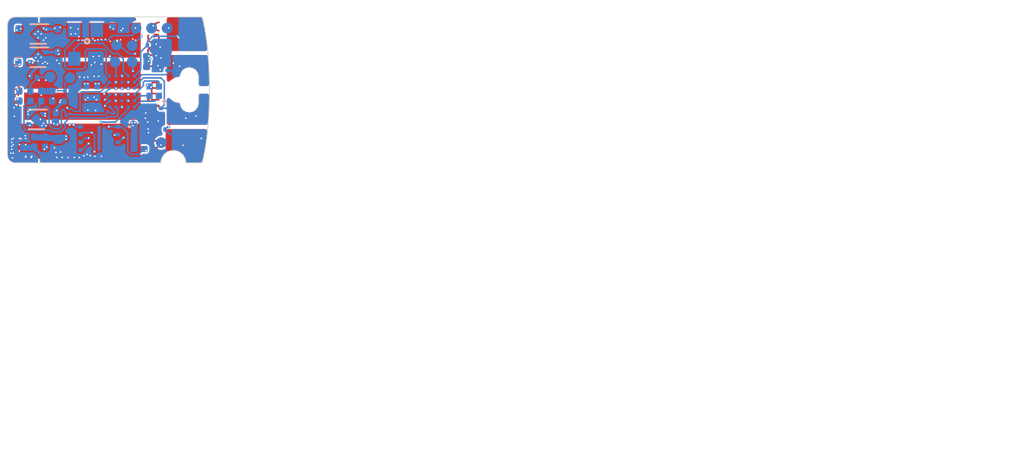
<source format=kicad_pcb>
(kicad_pcb (version 20171130) (host pcbnew "(5.0.2)-1")
  (title_block (title "Tomu, I'm") (date $Id$) (company "Tim 'mithro' Ansell <mithro@mithis.com>") (comment 1 "License: CC-BY-SA 4.0 or TAPR") (comment 2 http://tomu.im) (comment 3 https://github.com/mithro/tomu))
  (layers (0 F.Cu signal hide) (1 In1.Cu signal) (2 In2.Cu signal) (31 B.Cu signal) (34 B.Paste user) (35 F.Paste user) (36 B.SilkS user) (37 F.SilkS user) (38 B.Mask user) (39 F.Mask user) (44 Edge.Cuts user))
  (net 0 "")
  (net 1 GND)
  (net 2 +3V3)
  (net 3 /SPI_MISO)
  (net 4 /SPI_CS)
  (net 5 /SPI_CLK)
  (net 6 /SPI_IO2)
  (net 7 /SPI_IO3)
  (net 8 /CRESET)
  (net 9 /CDONE)
  (net 10 /ICE_USBN)
  (net 11 /ICE_USBP)
  (net 12 +5V)
  (net 13 /SPI_MOSI)
  (net 14 /OSC_IN)
  (net 15 /PU_CTRL_USBP)
  (net 16 /VCCPLL)
  (net 17 +1V2)
  (net 18 +2V5)
  (net 19 /TOUCH_4)
  (net 20 /TOUCH_1)
  (net 21 /TOUCH_2)
  (net 22 /TOUCH_3)
  (net 23 /LED_B)
  (net 24 /LED_G)
  (net 25 /LED_R)
  (net 26 /USB_P)
  (net 27 /USB_N)
  (net 28 "Net-(U5-PadE3)")
  (net 29 "Net-(U5-PadB3)")
  (net 30 "Net-(U5-PadC3)")
  (net 31 "Net-(U7-Pad1)")
  (module tomu-fpga:XTAL-2520 (layer B.Cu) (at 22.05 18.865 270)
    (fp_text reference U7 hide)
    (fp_text value "Crystal Oscillator")
    (pad 2 smd rect (at 0.925 -0.725 90) (size 0.9 0.8) (layers B.Cu B.Paste B.Mask) (net 1 GND))
    (pad 3 smd rect (at 0.925 0.725 90) (size 0.9 0.8) (layers B.Cu B.Paste B.Mask) (net 14 /OSC_IN))
    (pad 4 smd rect (at -0.925 0.725 90) (size 0.9 0.8) (layers B.Cu B.Paste B.Mask) (net 2 +3V3))
    (pad 1 smd rect (at -0.925 -0.725 90) (size 0.9 0.8) (layers B.Cu B.Paste B.Mask) (net 31 "Net-(U7-Pad1)"))
  )
  (module tomu-fpga:LED-RGB-5DS-UHD1110-FKA (layer B.Cu) (at 26.47 21.88 90)
    (fp_text reference U10 hide)
    (fp_text value RGB-LED)
    (pad 4 smd rect (at 0.3 -0.3 90) (size 0.4 0.4) (layers B.Cu B.Paste B.Mask) (net 2 +3V3))
    (pad 3 smd rect (at -0.3 -0.3 90) (size 0.4 0.4) (layers B.Cu B.Paste B.Mask) (net 25 /LED_R))
    (pad 1 smd rect (at 0.3 0.3 90) (size 0.4 0.4) (layers B.Cu B.Paste B.Mask) (net 23 /LED_B))
    (pad 2 smd rect (at -0.3 0.3 90) (size 0.4 0.4) (layers B.Cu B.Paste B.Mask) (net 24 /LED_G))
  )
  (module tomu-fpga:USB-PCB (layer F.Cu) (at 16.85 27.35)
    (fp_text reference U9 hide)
    (fp_text value USB-B hide)
    (pad 4 connect rect (at 0.75 -8.125 180) (size 1 1) (layers F.Cu F.Mask) (net 1 GND))
    (pad 1 connect rect (at 0.75 -2.875 180) (size 1 1) (layers F.Cu F.Mask) (net 12 +5V))
    (pad 4 connect trapezoid (at 0.75 -8.75 180) (size 1 1.25) (rect_delta 1 0) (layers F.Cu F.Mask) (net 1 GND))
    (pad 1 connect trapezoid (at 0.75 -2.25 180) (size 1 1.25) (rect_delta 1 0) (layers F.Cu F.Mask) (net 12 +5V))
    (pad 3 connect rect (at 5 -6.5) (size 7.5 1.75) (layers F.Cu F.Mask) (net 26 /USB_P))
    (pad 2 connect rect (at 5 -4.5) (size 7.5 1.75) (layers F.Cu F.Mask) (net 27 /USB_N))
    (pad 4 connect rect (at 5 -8.75) (size 7.5 2.25) (layers F.Cu F.Mask) (net 1 GND))
    (pad 1 connect rect (at 5 -2.25) (size 7.5 2.25) (layers F.Cu F.Mask) (net 12 +5V))
  )
  (module tomu-fpga:iCE40UP5K-UWG30 (layer B.Cu) (at 24.4 21.9)
    (fp_text reference U5)
    (fp_text value ICE40UP5K-UWG30)
    (pad D5 smd circle (at 0.8 -0.2) (size 0.2 0.2) (layers B.Cu B.Paste B.Mask) (net 21 /TOUCH_2))
    (pad D4 smd circle (at 0.4 -0.2) (size 0.23 0.23) (layers B.Cu B.Paste B.Mask) (net 18 +2V5))
    (pad C5 smd circle (at 0.8 0.2) (size 0.2 0.2) (layers B.Cu B.Paste B.Mask) (net 23 /LED_B))
    (pad C4 smd circle (at 0.4 0.2) (size 0.23 0.23) (layers B.Cu B.Paste B.Mask) (net 2 +3V3))
    (pad F4 smd circle (at 0.4 -1) (size 0.2 0.2) (layers B.Cu B.Paste B.Mask) (net 14 /OSC_IN))
    (pad E4 smd circle (at 0.4 -0.6) (size 0.23 0.23) (layers B.Cu B.Paste B.Mask) (net 20 /TOUCH_1))
    (pad E5 smd circle (at 0.8 -0.6) (size 0.2 0.2) (layers B.Cu B.Paste B.Mask) (net 22 /TOUCH_3))
    (pad F5 smd circle (at 0.8 -1) (size 0.2 0.2) (layers B.Cu B.Paste B.Mask) (net 19 /TOUCH_4))
    (pad A4 smd circle (at 0.4 1) (size 0.2 0.2) (layers B.Cu B.Paste B.Mask) (net 15 /PU_CTRL_USBP))
    (pad B4 smd circle (at 0.4 0.6) (size 0.23 0.23) (layers B.Cu B.Paste B.Mask) (net 1 GND))
    (pad A5 smd circle (at 0.8 1) (size 0.2 0.2) (layers B.Cu B.Paste B.Mask) (net 24 /LED_G))
    (pad B5 smd circle (at 0.8 0.6) (size 0.2 0.2) (layers B.Cu B.Paste B.Mask) (net 25 /LED_R))
    (pad F1 smd circle (at -0.8 -1) (size 0.2 0.2) (layers B.Cu B.Paste B.Mask) (net 13 /SPI_MOSI))
    (pad E1 smd circle (at -0.8 -0.6) (size 0.2 0.2) (layers B.Cu B.Paste B.Mask) (net 3 /SPI_MISO))
    (pad D1 smd circle (at -0.8 -0.2) (size 0.2 0.2) (layers B.Cu B.Paste B.Mask) (net 5 /SPI_CLK))
    (pad A1 smd circle (at -0.8 1) (size 0.2 0.2) (layers B.Cu B.Paste B.Mask) (net 11 /ICE_USBP))
    (pad B1 smd circle (at -0.8 0.6) (size 0.2 0.2) (layers B.Cu B.Paste B.Mask) (net 7 /SPI_IO3))
    (pad C1 smd circle (at -0.8 0.2) (size 0.2 0.2) (layers B.Cu B.Paste B.Mask) (net 4 /SPI_CS))
    (pad F2 smd circle (at -0.4 -1) (size 0.2 0.2) (layers B.Cu B.Paste B.Mask) (net 6 /SPI_IO2))
    (pad E2 smd circle (at -0.4 -0.6) (size 0.23 0.23) (layers B.Cu B.Paste B.Mask) (net 1 GND))
    (pad D2 smd circle (at -0.4 -0.2) (size 0.23 0.23) (layers B.Cu B.Paste B.Mask) (net 2 +3V3))
    (pad A2 smd circle (at -0.4 1) (size 0.2 0.2) (layers B.Cu B.Paste B.Mask) (net 10 /ICE_USBN))
    (pad B2 smd circle (at -0.4 0.6) (size 0.23 0.23) (layers B.Cu B.Paste B.Mask) (net 16 /VCCPLL))
    (pad C2 smd circle (at -0.4 0.2) (size 0.23 0.23) (layers B.Cu B.Paste B.Mask) (net 17 +1V2))
    (pad F3 smd circle (at 0 -1) (size 0.23 0.23) (layers B.Cu B.Paste B.Mask) (net 8 /CRESET))
    (pad E3 smd circle (at 0 -0.6) (size 0.2 0.2) (layers B.Cu B.Paste B.Mask) (net 28 "Net-(U5-PadE3)"))
    (pad D3 smd circle (at 0 -0.2) (size 0.23 0.23) (layers B.Cu B.Paste B.Mask) (net 9 /CDONE))
    (pad A3 smd circle (at 0 1) (size 0.23 0.23) (layers B.Cu B.Paste B.Mask) (net 2 +3V3))
    (pad B3 smd circle (at 0 0.6) (size 0.2 0.2) (layers B.Cu B.Paste B.Mask) (net 29 "Net-(U5-PadB3)"))
    (pad C3 smd circle (at 0 0.2) (size 0.23 0.23) (layers B.Cu B.Paste B.Mask) (net 30 "Net-(U5-PadC3)"))
  )
  (module tomu-fpga:C_0402_1005Metric (layer B.Cu) (at 20.3 25.46 90)
    (fp_text reference C22 hide)
    (fp_text value "0402, 10uF, 6.3V, X5R, 20%")
    (pad 2 smd roundrect (at 0.485 0 90) (size 0.59 0.64) (layers B.Cu B.Paste B.Mask) (net 16 /VCCPLL))
    (pad 1 smd roundrect (at -0.485 0 90) (size 0.59 0.64) (layers B.Cu B.Paste B.Mask) (net 1 GND))
  )
  (module tomu-fpga:C_0201_0603Metric (layer B.Cu) (at 18.75 25.15 90)
    (fp_text reference C23 hide)
    (fp_text value "0201, 100nF, 10V, X5R, 20%")
    (pad 1 smd roundrect (at -0.32 0 90) (size 0.46 0.4) (layers B.Cu B.Mask) (net 1 GND))
    (pad 2 smd roundrect (at 0.32 0 90) (size 0.46 0.4) (layers B.Cu B.Mask) (net 16 /VCCPLL))
  )
  (module tomu-fpga:R_0201_0603Metric (layer B.Cu) (at 19.45 25.155 90)
    (fp_text reference R10 hide)
    (fp_text value "0201, 100ohm, 1/16W, 1%")
    (pad 1 smd roundrect (at -0.32 0 90) (size 0.46 0.4) (layers B.Cu B.Mask) (net 17 +1V2))
    (pad 2 smd roundrect (at 0.32 0 90) (size 0.46 0.4) (layers B.Cu B.Mask) (net 16 /VCCPLL))
  )
  (module tomu-fpga:TVS-11V (layer B.Cu) (at 19.05 26.125)
    (fp_text reference D5 hide)
    (fp_text value VCUT05E1-SD0)
    (pad 2 smd roundrect (at 0.2 0) (size 0.14 0.24) (layers B.Cu B.Paste B.Mask) (net 1 GND))
    (pad 1 smd roundrect (at -0.2 0) (size 0.14 0.24) (layers B.Cu B.Paste B.Mask) (net 12 +5V))
  )
  (module tomu-fpga:SON50P300X200X60-9N (layer B.Cu) (at 22.925 24.925 180)
    (fp_text reference U4 hide)
    (fp_text value "SPI Flash" hide)
    (pad 9 smd rect (at 0 0 180) (size 0.2 1.6) (layers B.Cu B.Paste B.Mask))
    (pad 8 smd rect (at 1.2 0.75) (size 0.3 0.25) (layers B.Cu B.Paste B.Mask) (net 2 +3V3))
    (pad 7 smd rect (at 1.2 0.25) (size 0.3 0.25) (layers B.Cu B.Paste B.Mask) (net 7 /SPI_IO3))
    (pad 6 smd rect (at 1.2 -0.25) (size 0.3 0.25) (layers B.Cu B.Paste B.Mask) (net 5 /SPI_CLK))
    (pad 5 smd rect (at 1.2 -0.75) (size 0.3 0.25) (layers B.Cu B.Paste B.Mask) (net 13 /SPI_MOSI))
    (pad 4 smd rect (at -1.2 -0.75 180) (size 0.3 0.25) (layers B.Cu B.Paste B.Mask) (net 1 GND))
    (pad 3 smd rect (at -1.2 -0.25 180) (size 0.3 0.25) (layers B.Cu B.Paste B.Mask) (net 6 /SPI_IO2))
    (pad 2 smd rect (at -1.2 0.25 180) (size 0.3 0.25) (layers B.Cu B.Paste B.Mask) (net 3 /SPI_MISO))
    (pad 1 smd rect (at -1.2 0.75 180) (size 0.3 0.25) (layers B.Cu B.Paste B.Mask) (net 4 /SPI_CS))
  )
  (module tomu-fpga:X1-DFN1006-2 (layer B.Cu) (at 20.925 21.85)
    (fp_text reference D6 hide)
    (fp_text value D5V0L1B2LP3-7)
    (pad 1 smd roundrect (at -0.19 0) (size 0.23 0.3) (layers B.Cu B.Paste B.Mask) (net 26 /USB_P))
    (pad 2 smd roundrect (at 0.19 0) (size 0.23 0.3) (layers B.Cu B.Paste B.Mask) (net 1 GND))
  )
  (module tomu-fpga:X1-DFN1006-2 (layer B.Cu) (at 18.725 20.975 180)
    (fp_text reference D7 hide)
    (fp_text value D5V0L1B2LP3-7)
    (pad 1 smd roundrect (at -0.19 0 180) (size 0.23 0.3) (layers B.Cu B.Paste B.Mask) (net 27 /USB_N))
    (pad 2 smd roundrect (at 0.19 0 180) (size 0.23 0.3) (layers B.Cu B.Paste B.Mask) (net 1 GND))
  )
  (module tomu-fpga:X1-DFN1006-2 (layer B.Cu) (at 26.975 24.35 180)
    (fp_text reference D1 hide)
    (fp_text value D5V0L1B2LP3-7)
    (pad 1 smd roundrect (at -0.19 0 180) (size 0.23 0.3) (layers B.Cu B.Paste B.Mask) (net 20 /TOUCH_1))
    (pad 2 smd roundrect (at 0.19 0 180) (size 0.23 0.3) (layers B.Cu B.Paste B.Mask) (net 1 GND))
  )
  (module tomu-fpga:X1-DFN1006-2 (layer B.Cu) (at 26.9 23.175 270)
    (fp_text reference D2 hide)
    (fp_text value D5V0L1B2LP3-7)
    (pad 1 smd roundrect (at -0.19 0 270) (size 0.23 0.3) (layers B.Cu B.Paste B.Mask) (net 21 /TOUCH_2))
    (pad 2 smd roundrect (at 0.19 0 270) (size 0.23 0.3) (layers B.Cu B.Paste B.Mask) (net 1 GND))
  )
  (module tomu-fpga:X1-DFN1006-2 (layer B.Cu) (at 26.225 18.925)
    (fp_text reference D3 hide)
    (fp_text value D5V0L1B2LP3-7)
    (pad 1 smd roundrect (at -0.19 0) (size 0.23 0.3) (layers B.Cu B.Paste B.Mask) (net 19 /TOUCH_4))
    (pad 2 smd roundrect (at 0.19 0) (size 0.23 0.3) (layers B.Cu B.Paste B.Mask) (net 1 GND))
  )
  (module tomu-fpga:X1-DFN1006-2 (layer B.Cu) (at 27.325 20.35 90)
    (fp_text reference D4 hide)
    (fp_text value D5V0L1B2LP3-7)
    (pad 1 smd roundrect (at -0.19 0 90) (size 0.23 0.3) (layers B.Cu B.Paste B.Mask) (net 22 /TOUCH_3))
    (pad 2 smd roundrect (at 0.19 0 90) (size 0.23 0.3) (layers B.Cu B.Paste B.Mask) (net 1 GND))
  )
  (module tomu-fpga:Texas_X2SON-4_1x1mm_P0.65mm (layer B.Cu) (at 19 19.7 180)
    (fp_text reference U3 hide)
    (fp_text value LDO-X2SON-2.5V)
    (pad 5 smd rect (at 0 0 135) (size 0.58 0.58) (layers B.Cu B.Paste B.Mask) (net 1 GND))
    (pad 2 smd custom (at -0.43 -0.325 180) (size 0.148492 0.148492) (layers B.Cu) (net 1 GND) (options (clearance outline) (anchor circle)) (primitives (gr_poly (pts (xy 0.23 -0.054289) (xy 0.23 -0.155) (xy -0.23 -0.155) (xy -0.23 0.155) (xy 0.020711 0.155)) (width 0))))
    (pad 3 smd custom (at 0.43 -0.325 180) (size 0.148492 0.148492) (layers B.Cu) (net 2 +3V3) (options (clearance outline) (anchor circle)) (primitives (gr_poly (pts (xy 0.23 -0.155) (xy 0.23 0.155) (xy -0.020711 0.155) (xy -0.23 -0.054289) (xy -0.23 -0.155)) (width 0))))
    (pad 4 smd custom (at 0.43 0.325 180) (size 0.148492 0.148492) (layers B.Cu) (net 12 +5V) (options (clearance outline) (anchor circle)) (primitives (gr_poly (pts (xy -0.23 0.155) (xy 0.23 0.155) (xy 0.23 -0.155) (xy -0.020711 -0.155) (xy -0.23 0.054289)) (width 0))))
    (pad 1 smd custom (at -0.43 0.325 180) (size 0.148492 0.148492) (layers B.Cu) (net 18 +2V5) (options (clearance outline) (anchor circle)) (primitives (gr_poly (pts (xy 0.23 0.155) (xy -0.23 0.155) (xy -0.23 -0.155) (xy 0.020711 -0.155) (xy 0.23 0.054289)) (width 0))))
  )
  (module tomu-fpga:C_0201_0603Metric (layer B.Cu) (at 25.5 24.2 180)
    (fp_text reference C28 hide)
    (fp_text value "0201, 100nF, 10V, X5R, 20%")
    (pad 1 smd roundrect (at -0.32 0 180) (size 0.46 0.4) (layers B.Cu B.Mask) (net 1 GND))
    (pad 2 smd roundrect (at 0.32 0 180) (size 0.46 0.4) (layers B.Cu B.Mask) (net 2 +3V3))
  )
  (module tomu-fpga:Texas_X2SON-4_1x1mm_P0.65mm (layer B.Cu) (at 18.9 23.7 180)
    (fp_text reference U2 hide)
    (fp_text value LDO-X2SON-3.3V)
    (pad 5 smd rect (at 0 0 135) (size 0.58 0.58) (layers B.Cu B.Paste B.Mask) (net 1 GND))
    (pad 2 smd custom (at -0.43 -0.325 180) (size 0.148492 0.148492) (layers B.Cu) (net 1 GND) (options (clearance outline) (anchor circle)) (primitives (gr_poly (pts (xy 0.23 -0.054289) (xy 0.23 -0.155) (xy -0.23 -0.155) (xy -0.23 0.155) (xy 0.020711 0.155)) (width 0))))
    (pad 3 smd custom (at 0.43 -0.325 180) (size 0.148492 0.148492) (layers B.Cu) (net 17 +1V2) (options (clearance outline) (anchor circle)) (primitives (gr_poly (pts (xy 0.23 -0.155) (xy 0.23 0.155) (xy -0.020711 0.155) (xy -0.23 -0.054289) (xy -0.23 -0.155)) (width 0))))
    (pad 4 smd custom (at 0.43 0.325 180) (size 0.148492 0.148492) (layers B.Cu) (net 12 +5V) (options (clearance outline) (anchor circle)) (primitives (gr_poly (pts (xy -0.23 0.155) (xy 0.23 0.155) (xy 0.23 -0.155) (xy -0.020711 -0.155) (xy -0.23 0.054289)) (width 0))))
    (pad 1 smd custom (at -0.43 0.325 180) (size 0.148492 0.148492) (layers B.Cu) (net 2 +3V3) (options (clearance outline) (anchor circle)) (primitives (gr_poly (pts (xy 0.23 0.155) (xy -0.23 0.155) (xy -0.23 -0.155) (xy 0.020711 -0.155) (xy 0.23 0.054289)) (width 0))))
  )
  (module tomu-fpga:nothing (layer F.Cu) (at 26.85 19.31)
    (fp_text reference XX3 hide)
    (fp_text value "ESD Bag" hide)
  )
  (module tomu-fpga:testpoint (layer B.Cu) (at 26.3 17.825)
    (fp_text reference TP3 hide)
    (fp_text value Testpoint hide)
    (pad 1 smd circle (at 0 0) (size 0.7 0.7) (layers B.Cu B.Mask) (net 3 /SPI_MISO))
  )
  (module tomu-fpga:nothing (layer F.Cu) (at 15.3 32.4)
    (fp_text reference XX2 hide)
    (fp_text value Case hide)
  )
  (module tomu-fpga:soldermask-removal (layer F.Cu) (at 28.8 21.9)
    (fp_text reference XX1 hide)
    (fp_text value "Touchpad Mask Removal" hide)
  )
  (module tomu-fpga:captouch-edge (layer F.Cu) (at 28.1 21.8 180)
    (fp_text reference SW2 hide)
    (fp_text value "Captouch Pads")
    (pad 1 smd circle (at 0 -3.5 180) (size 0.1 0.1) (layers F.Cu F.Mask) (net 20 /TOUCH_1))
    (pad 2 smd circle (at 0 -1.3 180) (size 0.1 0.1) (layers F.Cu F.Mask) (net 21 /TOUCH_2))
    (pad 3 smd circle (at 0 1.3 180) (size 0.1 0.1) (layers F.Cu F.Mask) (net 22 /TOUCH_3))
    (pad 4 smd circle (at 0 3.5 180) (size 0.1 0.1) (layers F.Cu F.Mask) (net 19 /TOUCH_4))
  )
  (module tomu-fpga:C_0201_0603Metric (layer B.Cu) (at 17.74 18.185 90)
    (fp_text reference C1 hide)
    (fp_text value "0201, 1uF, 10V, X5R, 20%")
    (pad 1 smd roundrect (at -0.32 0 90) (size 0.46 0.4) (layers B.Cu B.Mask) (net 12 +5V))
    (pad 2 smd roundrect (at 0.32 0 90) (size 0.46 0.4) (layers B.Cu B.Mask) (net 1 GND))
  )
  (module tomu-fpga:C_0201_0603Metric (layer B.Cu) (at 24.11 17.745 180)
    (fp_text reference C11 hide)
    (fp_text value "0201, 100nF, 10V, X5R, 20%")
    (pad 1 smd roundrect (at -0.32 0 180) (size 0.46 0.4) (layers B.Cu B.Mask) (net 1 GND))
    (pad 2 smd roundrect (at 0.32 0 180) (size 0.46 0.4) (layers B.Cu B.Mask) (net 2 +3V3))
  )
  (module tomu-fpga:C_0201_0603Metric (layer B.Cu) (at 22.1 21.225 90)
    (fp_text reference C17 hide)
    (fp_text value "0201, 1uF, 10V, X5R, 20%")
    (pad 1 smd roundrect (at -0.32 0 90) (size 0.46 0.4) (layers B.Cu B.Mask) (net 17 +1V2))
    (pad 2 smd roundrect (at 0.32 0 90) (size 0.46 0.4) (layers B.Cu B.Mask) (net 1 GND))
  )
  (module tomu-fpga:C_0201_0603Metric (layer B.Cu) (at 22.8 21.225 90)
    (fp_text reference C20 hide)
    (fp_text value "0201, 100nF, 10V, X5R, 20%")
    (pad 1 smd roundrect (at -0.32 0 90) (size 0.46 0.4) (layers B.Cu B.Mask) (net 17 +1V2))
    (pad 2 smd roundrect (at 0.32 0 90) (size 0.46 0.4) (layers B.Cu B.Mask) (net 1 GND))
  )
  (module tomu-fpga:C_0201_0603Metric (layer B.Cu) (at 26.3 20.325)
    (fp_text reference C21 hide)
    (fp_text value "0201, 100nF, 10V, X5R, 20%")
    (pad 1 smd roundrect (at -0.32 0) (size 0.46 0.4) (layers B.Cu B.Mask) (net 18 +2V5))
    (pad 2 smd roundrect (at 0.32 0) (size 0.46 0.4) (layers B.Cu B.Mask) (net 1 GND))
  )
  (module tomu-fpga:C_0201_0603Metric (layer B.Cu) (at 25.5 24.9 180)
    (fp_text reference C24 hide)
    (fp_text value "0201, 1uF, 10V, X5R, 20%")
    (pad 1 smd roundrect (at -0.32 0 180) (size 0.46 0.4) (layers B.Cu B.Mask) (net 1 GND))
    (pad 2 smd roundrect (at 0.32 0 180) (size 0.46 0.4) (layers B.Cu B.Mask) (net 2 +3V3))
  )
  (module tomu-fpga:C_0201_0603Metric (layer B.Cu) (at 26.3 19.625)
    (fp_text reference C25 hide)
    (fp_text value "0201, 1uF, 10V, X5R, 20%")
    (pad 1 smd roundrect (at -0.32 0) (size 0.46 0.4) (layers B.Cu B.Mask) (net 18 +2V5))
    (pad 2 smd roundrect (at 0.32 0) (size 0.46 0.4) (layers B.Cu B.Mask) (net 1 GND))
  )
  (module tomu-fpga:C_0201_0603Metric (layer B.Cu) (at 18.05 25.15 270)
    (fp_text reference C2 hide)
    (fp_text value "0201, 1uF, 10V, X5R, 20%")
    (pad 1 smd roundrect (at -0.32 0 270) (size 0.46 0.4) (layers B.Cu B.Mask) (net 12 +5V))
    (pad 2 smd roundrect (at 0.32 0 270) (size 0.46 0.4) (layers B.Cu B.Mask) (net 1 GND))
  )
  (module tomu-fpga:C_0201_0603Metric (layer B.Cu) (at 17.74 19.695 270)
    (fp_text reference C3 hide)
    (fp_text value "0201, 1uF, 10V, X5R, 20%")
    (pad 1 smd roundrect (at -0.32 0 270) (size 0.46 0.4) (layers B.Cu B.Mask) (net 12 +5V))
    (pad 2 smd roundrect (at 0.32 0 270) (size 0.46 0.4) (layers B.Cu B.Mask) (net 1 GND))
  )
  (module tomu-fpga:C_0201_0603Metric (layer B.Cu) (at 20.95 22.545)
    (fp_text reference C4 hide)
    (fp_text value "0201, 100nF, 10V, X5R, 20%")
    (pad 1 smd roundrect (at -0.32 0) (size 0.46 0.4) (layers B.Cu B.Mask) (net 2 +3V3))
    (pad 2 smd roundrect (at 0.32 0) (size 0.46 0.4) (layers B.Cu B.Mask) (net 1 GND))
  )
  (module tomu-fpga:C_0201_0603Metric (layer B.Cu) (at 22.1 22.625 270)
    (fp_text reference C5 hide)
    (fp_text value "0201, 1uF, 10V, X5R, 20%")
    (pad 1 smd roundrect (at -0.32 0 270) (size 0.46 0.4) (layers B.Cu B.Mask) (net 2 +3V3))
    (pad 2 smd roundrect (at 0.32 0 270) (size 0.46 0.4) (layers B.Cu B.Mask) (net 1 GND))
  )
  (module tomu-fpga:C_0201_0603Metric (layer B.Cu) (at 22.8 22.625 270)
    (fp_text reference C7 hide)
    (fp_text value "0201, 100nF, 10V, X5R, 20%")
    (pad 1 smd roundrect (at -0.32 0 270) (size 0.46 0.4) (layers B.Cu B.Mask) (net 2 +3V3))
    (pad 2 smd roundrect (at 0.32 0 270) (size 0.46 0.4) (layers B.Cu B.Mask) (net 1 GND))
  )
  (module tomu-fpga:C_0201_0603Metric (layer B.Cu) (at 20.26 18.205 270)
    (fp_text reference C8 hide)
    (fp_text value "0201, 1uF, 10V, X5R, 20%")
    (pad 1 smd roundrect (at -0.32 0 270) (size 0.46 0.4) (layers B.Cu B.Mask) (net 17 +1V2))
    (pad 2 smd roundrect (at 0.32 0 270) (size 0.46 0.4) (layers B.Cu B.Mask) (net 1 GND))
  )
  (module tomu-fpga:C_0201_0603Metric (layer B.Cu) (at 20.15 23.595 270)
    (fp_text reference C9 hide)
    (fp_text value "0201, 1uF, 10V, X5R, 20%")
    (pad 1 smd roundrect (at -0.32 0 270) (size 0.46 0.4) (layers B.Cu B.Mask) (net 2 +3V3))
    (pad 2 smd roundrect (at 0.32 0 270) (size 0.46 0.4) (layers B.Cu B.Mask) (net 1 GND))
  )
  (module tomu-fpga:C_0201_0603Metric (layer B.Cu) (at 20.26 19.68 270)
    (fp_text reference C10 hide)
    (fp_text value "0201, 1uF, 10V, X5R, 20%")
    (pad 1 smd roundrect (at -0.32 0 270) (size 0.46 0.4) (layers B.Cu B.Mask) (net 18 +2V5))
    (pad 2 smd roundrect (at 0.32 0 270) (size 0.46 0.4) (layers B.Cu B.Mask) (net 1 GND))
  )
  (module tomu-fpga:R_0201_0603Metric (layer B.Cu) (at 18.5 22.2 90)
    (fp_text reference R11 hide)
    (fp_text value "0201, 22ohm, 1/16W, 1%")
    (pad 1 smd roundrect (at -0.32 0 90) (size 0.46 0.4) (layers B.Cu B.Mask) (net 10 /ICE_USBN))
    (pad 2 smd roundrect (at 0.32 0 90) (size 0.46 0.4) (layers B.Cu B.Mask) (net 27 /USB_N))
  )
  (module tomu-fpga:R_0201_0603Metric (layer B.Cu) (at 17.8 22.2 270)
    (fp_text reference R1 hide)
    (fp_text value "0201, 10k, 1/16W")
    (pad 1 smd roundrect (at -0.32 0 270) (size 0.46 0.4) (layers B.Cu B.Mask) (net 8 /CRESET))
    (pad 2 smd roundrect (at 0.32 0 270) (size 0.46 0.4) (layers B.Cu B.Mask) (net 2 +3V3))
  )
  (module tomu-fpga:R_0201_0603Metric (layer B.Cu) (at 25.5 25.6 180)
    (fp_text reference R5 hide)
    (fp_text value "0201, 10k, 1/16W")
    (pad 1 smd roundrect (at -0.32 0 180) (size 0.46 0.4) (layers B.Cu B.Mask) (net 4 /SPI_CS))
    (pad 2 smd roundrect (at 0.32 0 180) (size 0.46 0.4) (layers B.Cu B.Mask) (net 2 +3V3))
  )
  (module tomu-fpga:R_0201_0603Metric (layer B.Cu) (at 19.2 22.2 90)
    (fp_text reference R12 hide)
    (fp_text value "0201, 22ohm, 1/16W, 1%")
    (pad 1 smd roundrect (at -0.32 0 90) (size 0.46 0.4) (layers B.Cu B.Mask) (net 11 /ICE_USBP))
    (pad 2 smd roundrect (at 0.32 0 90) (size 0.46 0.4) (layers B.Cu B.Mask) (net 26 /USB_P))
  )
  (module tomu-fpga:R_0201_0603Metric (layer B.Cu) (at 19.9 22.2 90)
    (fp_text reference R9 hide)
    (fp_text value "0201, 1.5k, 1/16W, 1%")
    (pad 1 smd roundrect (at -0.32 0 90) (size 0.46 0.4) (layers B.Cu B.Mask) (net 15 /PU_CTRL_USBP))
    (pad 2 smd roundrect (at 0.32 0 90) (size 0.46 0.4) (layers B.Cu B.Mask) (net 26 /USB_P))
  )
  (module tomu-fpga:Texas_X2SON-4_1x1mm_P0.65mm (layer B.Cu) (at 19 18.2 180)
    (fp_text reference U1 hide)
    (fp_text value LDO-X2SON-1.2V)
    (pad 5 smd rect (at 0 0 135) (size 0.58 0.58) (layers B.Cu B.Paste B.Mask) (net 1 GND))
    (pad 2 smd custom (at -0.43 -0.325 180) (size 0.148492 0.148492) (layers B.Cu) (net 1 GND) (options (clearance outline) (anchor circle)) (primitives (gr_poly (pts (xy 0.23 -0.054289) (xy 0.23 -0.155) (xy -0.23 -0.155) (xy -0.23 0.155) (xy 0.020711 0.155)) (width 0))))
    (pad 3 smd custom (at 0.43 -0.325 180) (size 0.148492 0.148492) (layers B.Cu) (net 12 +5V) (options (clearance outline) (anchor circle)) (primitives (gr_poly (pts (xy 0.23 -0.155) (xy 0.23 0.155) (xy -0.020711 0.155) (xy -0.23 -0.054289) (xy -0.23 -0.155)) (width 0))))
    (pad 4 smd custom (at 0.43 0.325 180) (size 0.148492 0.148492) (layers B.Cu) (net 12 +5V) (options (clearance outline) (anchor circle)) (primitives (gr_poly (pts (xy -0.23 0.155) (xy 0.23 0.155) (xy 0.23 -0.155) (xy -0.020711 -0.155) (xy -0.23 0.054289)) (width 0))))
    (pad 1 smd custom (at -0.43 0.325 180) (size 0.148492 0.148492) (layers B.Cu) (net 17 +1V2) (options (clearance outline) (anchor circle)) (primitives (gr_poly (pts (xy 0.23 0.155) (xy -0.23 0.155) (xy -0.23 -0.155) (xy 0.020711 -0.155) (xy 0.23 0.054289)) (width 0))))
  )
  (module tomu-fpga:testpoint (layer B.Cu) (at 25.3 17.825)
    (fp_text reference TP2 hide)
    (fp_text value Testpoint hide)
    (pad 1 smd circle (at 0 0) (size 0.7 0.7) (layers B.Cu B.Mask) (net 13 /SPI_MOSI))
  )
  (module tomu-fpga:testpoint (layer B.Cu) (at 17.6 20.95)
    (fp_text reference TP1 hide)
    (fp_text value Testpoint hide)
    (pad 1 smd circle (at 0 0) (size 0.7 0.7) (layers B.Cu B.Mask) (net 12 +5V))
  )
  (module tomu-fpga:testpoint (layer B.Cu) (at 26.1 23.3)
    (fp_text reference TP12 hide)
    (fp_text value Testpoint hide)
    (pad 1 smd circle (at 0 0) (size 0.7 0.7) (layers B.Cu B.Mask) (net 1 GND))
  )
  (module tomu-fpga:testpoint (layer B.Cu) (at 21.05 21.025)
    (fp_text reference TP11 hide)
    (fp_text value Testpoint hide)
    (pad 1 smd circle (at 0 0) (size 0.7 0.7) (layers B.Cu B.Mask) (net 26 /USB_P))
  )
  (module tomu-fpga:testpoint (layer B.Cu) (at 19.775 20.975)
    (fp_text reference TP10 hide)
    (fp_text value Testpoint hide)
    (pad 1 smd circle (at 0 0) (size 0.7 0.7) (layers B.Cu B.Mask) (net 27 /USB_N))
  )
  (module tomu-fpga:testpoint (layer B.Cu) (at 25.05 20)
    (fp_text reference TP9 hide)
    (fp_text value Testpoint hide)
    (pad 1 smd circle (at 0 0) (size 0.7 0.7) (layers B.Cu B.Mask) (net 9 /CDONE))
  )
  (module tomu-fpga:testpoint (layer B.Cu) (at 24.05 18.915)
    (fp_text reference TP8 hide)
    (fp_text value Testpoint hide)
    (pad 1 smd circle (at 0 0) (size 0.7 0.7) (layers B.Cu B.Mask) (net 8 /CRESET))
  )
  (module tomu-fpga:testpoint (layer B.Cu) (at 26.925 25.2)
    (fp_text reference TP7 hide)
    (fp_text value Testpoint hide)
    (pad 1 smd circle (at 0 0) (size 0.7 0.7) (layers B.Cu B.Mask) (net 7 /SPI_IO3))
  )
  (module tomu-fpga:testpoint (layer B.Cu) (at 23.95 20)
    (fp_text reference TP6 hide)
    (fp_text value Testpoint hide)
    (pad 1 smd circle (at 0 0) (size 0.7 0.7) (layers B.Cu B.Mask) (net 6 /SPI_IO2))
  )
  (module tomu-fpga:testpoint (layer B.Cu) (at 27.3 17.825)
    (fp_text reference TP5 hide)
    (fp_text value Testpoint hide)
    (pad 1 smd circle (at 0 0) (size 0.7 0.7) (layers B.Cu B.Mask) (net 5 /SPI_CLK))
  )
  (module tomu-fpga:testpoint (layer B.Cu) (at 25.05 18.95)
    (fp_text reference TP4 hide)
    (fp_text value Testpoint hide)
    (pad 1 smd circle (at 0 0) (size 0.7 0.7) (layers B.Cu B.Mask) (net 4 /SPI_CS))
  )
  (gr_text "DVT1e 12/18 SG" (at 17.55 21.875 90) (layer F.Cu) (effects (font (size 0.4 0.3) (thickness 0.075))))
  (gr_text "tomu.im FPGA" (at 26.45 26.225 90) (layer F.Cu) (effects (font (size 0.7 0.84) (thickness 0.1)) (justify left)))
  (gr_arc (start 28.725 22.65) (end 28.125 22.65) (angle -180) (layer Edge.Cuts) (width 0.01))
  (gr_arc (start 28.725 20.95) (end 28.125 20.95) (angle 180) (layer Edge.Cuts) (width 0.01))
  (gr_arc (start 28.125 21.8) (end 28.125 22.65) (angle 180) (layer Edge.Cuts) (width 0.01))
  (gr_arc (start 27.7 26.5) (end 26.9 26.5) (angle 180) (layer Edge.Cuts) (width 0.05))
  (gr_line (start 28.5 26.5) (end 29.525 26.5) (layer Edge.Cuts) (width 0.05))
  (gr_line (start 29.325 20.95) (end 29.325 22.65) (layer Edge.Cuts) (width 0.01))
  (gr_arc (start 17.525 17.6) (end 17.025 17.6) (angle 90) (layer Edge.Cuts) (width 0.05))
  (gr_arc (start 17.525 26) (end 17.525 26.5) (angle 90) (layer Edge.Cuts) (width 0.05))
  (gr_line (start 17.025 17.6) (end 17.025 26) (layer Edge.Cuts) (width 0.05))
  (gr_line (start 29.525 17.1) (end 17.525 17.1) (layer Edge.Cuts) (width 0.05))
  (gr_line (start 17.525 26.5) (end 26.9 26.5) (layer Edge.Cuts) (width 0.05))
  (gr_line (start 30.025 21.8) (end 30.025 21.67) (layer Edge.Cuts) (width 0.05))
  (gr_line (start 30.025 21.67) (end 30.025 21.53) (layer Edge.Cuts) (width 0.05))
  (gr_line (start 30.025 21.53) (end 30.025 21.4) (layer Edge.Cuts) (width 0.05))
  (gr_line (start 30.025 21.4) (end 30.025 21.26) (layer Edge.Cuts) (width 0.05))
  (gr_line (start 30.025 21.26) (end 30.015 21.13) (layer Edge.Cuts) (width 0.05))
  (gr_line (start 30.015 21.13) (end 30.015 20.99) (layer Edge.Cuts) (width 0.05))
  (gr_line (start 30.015 20.99) (end 30.015 20.86) (layer Edge.Cuts) (width 0.05))
  (gr_line (start 30.015 20.86) (end 30.005 20.73) (layer Edge.Cuts) (width 0.05))
  (gr_line (start 30.005 20.73) (end 30.005 20.59) (layer Edge.Cuts) (width 0.05))
  (gr_line (start 30.005 20.59) (end 29.995 20.46) (layer Edge.Cuts) (width 0.05))
  (gr_line (start 29.995 20.46) (end 29.985 20.33) (layer Edge.Cuts) (width 0.05))
  (gr_line (start 29.985 20.33) (end 29.985 20.2) (layer Edge.Cuts) (width 0.05))
  (gr_line (start 29.985 20.2) (end 29.975 20.07) (layer Edge.Cuts) (width 0.05))
  (gr_line (start 29.975 20.07) (end 29.965 19.95) (layer Edge.Cuts) (width 0.05))
  (gr_line (start 29.965 19.95) (end 29.955 19.82) (layer Edge.Cuts) (width 0.05))
  (gr_line (start 29.955 19.82) (end 29.945 19.7) (layer Edge.Cuts) (width 0.05))
  (gr_line (start 29.945 19.7) (end 29.935 19.57) (layer Edge.Cuts) (width 0.05))
  (gr_line (start 29.935 19.57) (end 29.925 19.45) (layer Edge.Cuts) (width 0.05))
  (gr_line (start 29.925 19.45) (end 29.915 19.33) (layer Edge.Cuts) (width 0.05))
  (gr_line (start 29.915 19.33) (end 29.905 19.21) (layer Edge.Cuts) (width 0.05))
  (gr_line (start 29.905 19.21) (end 29.895 19.09) (layer Edge.Cuts) (width 0.05))
  (gr_line (start 29.895 19.09) (end 29.885 18.97) (layer Edge.Cuts) (width 0.05))
  (gr_line (start 29.885 18.97) (end 29.865 18.86) (layer Edge.Cuts) (width 0.05))
  (gr_line (start 29.865 18.86) (end 29.855 18.74) (layer Edge.Cuts) (width 0.05))
  (gr_line (start 29.855 18.74) (end 29.845 18.63) (layer Edge.Cuts) (width 0.05))
  (gr_line (start 29.845 18.63) (end 29.825 18.52) (layer Edge.Cuts) (width 0.05))
  (gr_line (start 29.825 18.52) (end 29.815 18.42) (layer Edge.Cuts) (width 0.05))
  (gr_line (start 29.815 18.42) (end 29.795 18.31) (layer Edge.Cuts) (width 0.05))
  (gr_line (start 29.795 18.31) (end 29.785 18.21) (layer Edge.Cuts) (width 0.05))
  (gr_line (start 29.785 18.21) (end 29.765 18.11) (layer Edge.Cuts) (width 0.05))
  (gr_line (start 29.765 18.11) (end 29.745 18.01) (layer Edge.Cuts) (width 0.05))
  (gr_line (start 29.745 18.01) (end 29.735 17.91) (layer Edge.Cuts) (width 0.05))
  (gr_line (start 29.735 17.91) (end 29.715 17.82) (layer Edge.Cuts) (width 0.05))
  (gr_line (start 29.715 17.82) (end 29.695 17.72) (layer Edge.Cuts) (width 0.05))
  (gr_line (start 29.695 17.72) (end 29.675 17.64) (layer Edge.Cuts) (width 0.05))
  (gr_line (start 29.675 17.64) (end 29.655 17.55) (layer Edge.Cuts) (width 0.05))
  (gr_line (start 29.655 17.55) (end 29.645 17.46) (layer Edge.Cuts) (width 0.05))
  (gr_line (start 29.645 17.46) (end 29.625 17.38) (layer Edge.Cuts) (width 0.05))
  (gr_line (start 29.625 17.38) (end 29.605 17.3) (layer Edge.Cuts) (width 0.05))
  (gr_line (start 29.605 17.3) (end 29.585 17.23) (layer Edge.Cuts) (width 0.05))
  (gr_line (start 29.585 17.23) (end 29.555 17.15) (layer Edge.Cuts) (width 0.05))
  (gr_line (start 29.555 17.15) (end 29.525 17.1) (layer Edge.Cuts) (width 0.05))
  (gr_line (start 29.525 26.5) (end 29.555 26.45) (layer Edge.Cuts) (width 0.05))
  (gr_line (start 29.555 26.45) (end 29.585 26.37) (layer Edge.Cuts) (width 0.05))
  (gr_line (start 29.585 26.37) (end 29.605 26.3) (layer Edge.Cuts) (width 0.05))
  (gr_line (start 29.605 26.3) (end 29.625 26.22) (layer Edge.Cuts) (width 0.05))
  (gr_line (start 29.625 26.22) (end 29.645 26.14) (layer Edge.Cuts) (width 0.05))
  (gr_line (start 29.645 26.14) (end 29.655 26.05) (layer Edge.Cuts) (width 0.05))
  (gr_line (start 29.655 26.05) (end 29.675 25.96) (layer Edge.Cuts) (width 0.05))
  (gr_line (start 29.675 25.96) (end 29.695 25.88) (layer Edge.Cuts) (width 0.05))
  (gr_line (start 29.695 25.88) (end 29.715 25.78) (layer Edge.Cuts) (width 0.05))
  (gr_line (start 29.715 25.78) (end 29.735 25.69) (layer Edge.Cuts) (width 0.05))
  (gr_line (start 29.735 25.69) (end 29.745 25.59) (layer Edge.Cuts) (width 0.05))
  (gr_line (start 29.745 25.59) (end 29.765 25.49) (layer Edge.Cuts) (width 0.05))
  (gr_line (start 29.765 25.49) (end 29.785 25.39) (layer Edge.Cuts) (width 0.05))
  (gr_line (start 29.785 25.39) (end 29.795 25.29) (layer Edge.Cuts) (width 0.05))
  (gr_line (start 29.795 25.29) (end 29.815 25.18) (layer Edge.Cuts) (width 0.05))
  (gr_line (start 29.815 25.18) (end 29.825 25.08) (layer Edge.Cuts) (width 0.05))
  (gr_line (start 29.825 25.08) (end 29.845 24.97) (layer Edge.Cuts) (width 0.05))
  (gr_line (start 29.845 24.97) (end 29.855 24.86) (layer Edge.Cuts) (width 0.05))
  (gr_line (start 29.855 24.86) (end 29.865 24.74) (layer Edge.Cuts) (width 0.05))
  (gr_line (start 29.865 24.74) (end 29.885 24.63) (layer Edge.Cuts) (width 0.05))
  (gr_line (start 29.885 24.63) (end 29.895 24.51) (layer Edge.Cuts) (width 0.05))
  (gr_line (start 29.895 24.51) (end 29.905 24.39) (layer Edge.Cuts) (width 0.05))
  (gr_line (start 29.905 24.39) (end 29.915 24.27) (layer Edge.Cuts) (width 0.05))
  (gr_line (start 29.915 24.27) (end 29.925 24.15) (layer Edge.Cuts) (width 0.05))
  (gr_line (start 29.925 24.15) (end 29.935 24.03) (layer Edge.Cuts) (width 0.05))
  (gr_line (start 29.935 24.03) (end 29.945 23.9) (layer Edge.Cuts) (width 0.05))
  (gr_line (start 29.945 23.9) (end 29.955 23.78) (layer Edge.Cuts) (width 0.05))
  (gr_line (start 29.955 23.78) (end 29.965 23.65) (layer Edge.Cuts) (width 0.05))
  (gr_line (start 29.965 23.65) (end 29.975 23.53) (layer Edge.Cuts) (width 0.05))
  (gr_line (start 29.975 23.53) (end 29.985 23.4) (layer Edge.Cuts) (width 0.05))
  (gr_line (start 29.985 23.4) (end 29.985 23.27) (layer Edge.Cuts) (width 0.05))
  (gr_line (start 29.985 23.27) (end 29.995 23.14) (layer Edge.Cuts) (width 0.05))
  (gr_line (start 29.995 23.14) (end 30.005 23.01) (layer Edge.Cuts) (width 0.05))
  (gr_line (start 30.005 23.01) (end 30.005 22.87) (layer Edge.Cuts) (width 0.05))
  (gr_line (start 30.005 22.87) (end 30.015 22.74) (layer Edge.Cuts) (width 0.05))
  (gr_line (start 30.015 22.74) (end 30.015 22.61) (layer Edge.Cuts) (width 0.05))
  (gr_line (start 30.015 22.61) (end 30.015 22.47) (layer Edge.Cuts) (width 0.05))
  (gr_line (start 30.015 22.47) (end 30.025 22.34) (layer Edge.Cuts) (width 0.05))
  (gr_line (start 30.025 22.34) (end 30.025 22.2) (layer Edge.Cuts) (width 0.05))
  (gr_line (start 30.025 22.2) (end 30.025 22.07) (layer Edge.Cuts) (width 0.05))
  (gr_line (start 30.025 22.07) (end 30.025 21.93) (layer Edge.Cuts) (width 0.05))
  (gr_line (start 30.025 21.93) (end 30.025 21.8) (layer Edge.Cuts) (width 0.05))
  (segment (start 17.45 19.2) (end 18.225 18.425) (width 0.1524) (layer F.Cu) (net 1))
  (segment (start 17.6 18.45) (end 18.2 18.45) (width 0.1524) (layer F.Cu) (net 1))
  (segment (start 18.2 18.45) (end 18.225 18.425) (width 0.1524) (layer F.Cu) (net 1))
  (segment (start 18.225 18.425) (end 18.225 18.6) (width 0.1524) (layer F.Cu) (net 1))
  (segment (start 18.225 18.6) (end 17.6 19.225) (width 0.1524) (layer F.Cu) (net 1))
  (segment (start 21.7 18.6) (end 21.525 18.425) (width 0.1524) (layer F.Cu) (net 1))
  (segment (start 21.525 18.425) (end 18.225 18.425) (width 0.1524) (layer F.Cu) (net 1))
  (segment (start 19.455 20) (end 19.43 20.025) (width 0.1) (layer B.Cu) (net 1))
  (segment (start 20.3 20) (end 19.455 20) (width 0.1) (layer B.Cu) (net 1))
  (via micro (at 21.85 18.6) (size 0.2) (drill 0.1) (layers F.Cu In1.Cu) (net 1))
  (via micro (at 23.075 18.55) (size 0.2) (drill 0.1) (layers F.Cu In1.Cu) (net 1))
  (via micro (at 23.325 18.55) (size 0.2) (drill 0.1) (layers F.Cu In1.Cu) (net 1))
  (via micro (at 21.6 18.6) (size 0.2) (drill 0.1) (layers F.Cu In1.Cu) (net 1))
  (via micro (at 21.625 18.375) (size 0.2) (drill 0.1) (layers F.Cu In1.Cu) (net 1))
  (segment (start 19.42 18.525) (end 19.43 18.525) (width 0.1) (layer B.Cu) (net 1))
  (via micro (at 20.05 25.525) (size 0.2) (drill 0.1) (layers In2.Cu B.Cu) (net 1))
  (via micro (at 19.5 24.1) (size 0.2) (drill 0.1) (layers In2.Cu B.Cu) (net 1))
  (via micro (at 19.25 24.1) (size 0.2) (drill 0.1) (layers In2.Cu B.Cu) (net 1))
  (via micro (at 19.35 23.95) (size 0.2) (drill 0.1) (layers In2.Cu B.Cu) (net 1))
  (via micro (at 19.15 23.7) (size 0.2) (drill 0.1) (layers In2.Cu B.Cu) (net 1))
  (via micro (at 19.6 20.1) (size 0.2) (drill 0.1) (layers In2.Cu B.Cu) (net 1))
  (via micro (at 19.3 20.1) (size 0.2) (drill 0.1) (layers In2.Cu B.Cu) (net 1))
  (via micro (at 19.45 20) (size 0.2) (drill 0.1) (layers In2.Cu B.Cu) (net 1))
  (via micro (at 19 19.95) (size 0.2) (drill 0.1) (layers In2.Cu B.Cu) (net 1))
  (via micro (at 19 19.5) (size 0.2) (drill 0.1) (layers In2.Cu B.Cu) (net 1))
  (via micro (at 19.2 19.7) (size 0.2) (drill 0.1) (layers In2.Cu B.Cu) (net 1))
  (via micro (at 20.35 20.1) (size 0.2) (drill 0.1) (layers In2.Cu B.Cu) (net 1))
  (via micro (at 20.2 19.9) (size 0.2) (drill 0.1) (layers In2.Cu B.Cu) (net 1))
  (via micro (at 19.35 18.6) (size 0.2) (drill 0.1) (layers In2.Cu B.Cu) (net 1))
  (via micro (at 19.5 18.45) (size 0.2) (drill 0.1) (layers In2.Cu B.Cu) (net 1))
  (via micro (at 19 18.45) (size 0.2) (drill 0.1) (layers In2.Cu B.Cu) (net 1))
  (via micro (at 19 18.05) (size 0.2) (drill 0.1) (layers In2.Cu B.Cu) (net 1))
  (via micro (at 18.8 18.2) (size 0.2) (drill 0.1) (layers In2.Cu B.Cu) (net 1))
  (via micro (at 17.89 17.865) (size 0.2) (drill 0.1) (layers In2.Cu B.Cu) (net 1))
  (via micro (at 17.64 17.945) (size 0.2) (drill 0.1) (layers In2.Cu B.Cu) (net 1))
  (via micro (at 17.8 20.15) (size 0.2) (drill 0.1) (layers In2.Cu B.Cu) (net 1))
  (via micro (at 26.6 18.85) (size 0.2) (drill 0.1) (layers In2.Cu B.Cu) (net 1))
  (via micro (at 26.85 19.05) (size 0.2) (drill 0.1) (layers In2.Cu B.Cu) (net 1))
  (via micro (at 26.6 19.6) (size 0.2) (drill 0.1) (layers In2.Cu B.Cu) (net 1))
  (via micro (at 26.9 19.75) (size 0.2) (drill 0.1) (layers In2.Cu B.Cu) (net 1))
  (via micro (at 26.85 20.5) (size 0.2) (drill 0.1) (layers In2.Cu B.Cu) (net 1))
  (via micro (at 22.2 23.1) (size 0.2) (drill 0.1) (layers In2.Cu B.Cu) (net 1))
  (via micro (at 22.65 18.625) (size 0.2) (drill 0.1) (layers F.Cu In1.Cu) (net 1))
  (via micro (at 24.075 18.6) (size 0.2) (drill 0.1) (layers F.Cu In1.Cu) (net 1))
  (via micro (at 24.3 18.575) (size 0.2) (drill 0.1) (layers F.Cu In1.Cu) (net 1))
  (via micro (at 25.1 18.525) (size 0.2) (drill 0.1) (layers F.Cu In1.Cu) (net 1))
  (via micro (at 22.525 18.5) (size 0.2) (drill 0.1) (layers F.Cu In1.Cu) (net 1))
  (via micro (at 23.64 18.675) (size 0.2) (drill 0.1) (layers F.Cu In1.Cu) (net 1))
  (via micro (at 22.85 18.575) (size 0.2) (drill 0.1) (layers F.Cu In1.Cu) (net 1))
  (via micro (at 25.275 18.6) (size 0.2) (drill 0.1) (layers F.Cu In1.Cu) (net 1))
  (via micro (at 22.2 20.975) (size 0.2) (drill 0.1) (layers In2.Cu B.Cu) (net 1))
  (via micro (at 21.975 21) (size 0.2) (drill 0.1) (layers In2.Cu B.Cu) (net 1))
  (segment (start 25.952095 23.733434) (end 25.952095 25.133434) (width 0.2) (layer B.Cu) (net 1))
  (via micro (at 24.35 17.975) (size 0.2) (drill 0.1) (layers In2.Cu B.Cu) (net 1))
  (via micro (at 24.45 17.85) (size 0.2) (drill 0.1) (layers In2.Cu B.Cu) (net 1))
  (segment (start 19.445 18.54) (end 19.43 18.525) (width 0.2) (layer B.Cu) (net 1))
  (segment (start 20.3 18.54) (end 19.445 18.54) (width 0.2) (layer B.Cu) (net 1))
  (segment (start 19.1 23.7) (end 19.35 23.95) (width 0.2) (layer B.Cu) (net 1))
  (segment (start 18.9 23.7) (end 19.1 23.7) (width 0.2) (layer B.Cu) (net 1))
  (via micro (at 26.1 24.55) (size 0.2) (drill 0.1) (layers In2.Cu B.Cu) (net 1))
  (via micro (at 26.075 24.325) (size 0.2) (drill 0.1) (layers In2.Cu B.Cu) (net 1))
  (segment (start 19.2 24) (end 19.2 24.05) (width 0.4) (layer B.Cu) (net 1))
  (segment (start 18.9 23.7) (end 19.2 24) (width 0.4) (layer B.Cu) (net 1))
  (via micro (at 19.2 18.2) (size 0.2) (drill 0.1) (layers In2.Cu B.Cu) (net 1))
  (via micro (at 22.7 23.125) (size 0.2) (drill 0.1) (layers In2.Cu B.Cu) (net 1))
  (via micro (at 18.85 19.725) (size 0.2) (drill 0.1) (layers In2.Cu B.Cu) (net 1))
  (segment (start 19.45 20) (end 20.3 20) (width 0.4) (layer B.Cu) (net 1))
  (segment (start 20.375 19.925) (end 20.3 20) (width 0.4) (layer B.Cu) (net 1))
  (segment (start 19.105 18.2) (end 19.43 18.525) (width 0.4) (layer B.Cu) (net 1))
  (segment (start 19 18.2) (end 19.105 18.2) (width 0.4) (layer B.Cu) (net 1))
  (via micro (at 24.8 22.5) (size 0.2) (drill 0.1) (layers In2.Cu B.Cu) (net 1))
  (via micro (at 25.93 23.285) (size 0.2) (drill 0.1) (layers In2.Cu B.Cu) (net 1))
  (via micro (at 24 21.3) (size 0.2) (drill 0.1) (layers In2.Cu B.Cu) (net 1))
  (via micro (at 22.34 26.035) (size 0.2) (drill 0.1) (layers In2.Cu B.Cu) (net 1))
  (via micro (at 21.94 26.035) (size 0.2) (drill 0.1) (layers In2.Cu B.Cu) (net 1))
  (via micro (at 21.325 26.15) (size 0.2) (drill 0.1) (layers In2.Cu B.Cu) (net 1))
  (via micro (at 21.65 26.15) (size 0.2) (drill 0.1) (layers In2.Cu B.Cu) (net 1))
  (via micro (at 26.05 23.875) (size 0.2) (drill 0.1) (layers In2.Cu B.Cu) (net 1))
  (via micro (at 22.15 25.95) (size 0.2) (drill 0.1) (layers In2.Cu B.Cu) (net 1))
  (via micro (at 23.075 26.075) (size 0.2) (drill 0.1) (layers In2.Cu B.Cu) (net 1))
  (via micro (at 22.65 26.075) (size 0.2) (drill 0.1) (layers In2.Cu B.Cu) (net 1))
  (via micro (at 25.9 23.625) (size 0.2) (drill 0.1) (layers In2.Cu B.Cu) (net 1))
  (via micro (at 22.9 20.925) (size 0.2) (drill 0.1) (layers In2.Cu B.Cu) (net 1))
  (via micro (at 22.6 20.925) (size 0.2) (drill 0.1) (layers In2.Cu B.Cu) (net 1))
  (via micro (at 18.45 20.905) (size 0.2) (drill 0.1) (layers In2.Cu B.Cu) (net 1))
  (segment (start 19.33 20.025) (end 19.43 20.025) (width 0.2) (layer B.Cu) (net 1))
  (via micro (at 21.68 20.975) (size 0.2) (drill 0.1) (layers In2.Cu B.Cu) (net 1))
  (segment (start 19 19.7) (end 19.3 20) (width 0.4) (layer B.Cu) (net 1))
  (segment (start 19.3 20) (end 19.3 20.225) (width 0.4) (layer B.Cu) (net 1))
  (segment (start 19.325 20.025) (end 19 19.7) (width 0.4) (layer B.Cu) (net 1))
  (segment (start 19.43 20.025) (end 19.325 20.025) (width 0.4) (layer B.Cu) (net 1))
  (segment (start 19.050001 19.857999) (end 19.050001 19.905009) (width 0.4) (layer B.Cu) (net 1))
  (segment (start 19 19.807998) (end 19.050001 19.857999) (width 0.4) (layer B.Cu) (net 1))
  (segment (start 19 19.7) (end 19 19.807998) (width 0.4) (layer B.Cu) (net 1))
  (segment (start 19.275771 20.079229) (end 19.18 20.175) (width 0.4) (layer B.Cu) (net 1))
  (segment (start 19.275771 19.975771) (end 19.275771 20.079229) (width 0.4) (layer B.Cu) (net 1))
  (segment (start 19 19.7) (end 19.275771 19.975771) (width 0.4) (layer B.Cu) (net 1))
  (segment (start 19.18 20.175) (end 19.33 20.025) (width 0.2) (layer B.Cu) (net 1))
  (via micro (at 17.65 19.875) (size 0.2) (drill 0.1) (layers In2.Cu B.Cu) (net 1))
  (via micro (at 20.925 26.15) (size 0.2) (drill 0.1) (layers In2.Cu B.Cu) (net 1))
  (via micro (at 20.2 26.15) (size 0.2) (drill 0.1) (layers In2.Cu B.Cu) (net 1))
  (via micro (at 20.55 26.15) (size 0.2) (drill 0.1) (layers In2.Cu B.Cu) (net 1))
  (via micro (at 20.45 25.8) (size 0.2) (drill 0.1) (layers In2.Cu B.Cu) (net 1))
  (via micro (at 26.725 23.8) (size 0.2) (drill 0.1) (layers In2.Cu B.Cu) (net 1))
  (via micro (at 20.15 25.825) (size 0.2) (drill 0.1) (layers In2.Cu B.Cu) (net 1))
  (via micro (at 22.92 19.625) (size 0.2) (drill 0.1) (layers In2.Cu B.Cu) (net 1))
  (via micro (at 22.55 19.655) (size 0.2) (drill 0.1) (layers In2.Cu B.Cu) (net 1))
  (via micro (at 22.65 20.035) (size 0.2) (drill 0.1) (layers In2.Cu B.Cu) (net 1))
  (via micro (at 23.06 20.145) (size 0.2) (drill 0.1) (layers In2.Cu B.Cu) (net 1))
  (via micro (at 26.71 20.245) (size 0.2) (drill 0.1) (layers In2.Cu B.Cu) (net 1))
  (via micro (at 22.43 20.195) (size 0.2) (drill 0.1) (layers In2.Cu B.Cu) (net 1))
  (segment (start 20.075 25.74) (end 20.04 25.74) (width 0.2) (layer B.Cu) (net 1))
  (via micro (at 20.25 24.025) (size 0.2) (drill 0.1) (layers In2.Cu B.Cu) (net 1))
  (segment (start 19.25 26.045) (end 19.25 26.125) (width 0.2) (layer B.Cu) (net 1))
  (segment (start 18.75 25.545) (end 19.25 26.045) (width 0.2) (layer B.Cu) (net 1))
  (segment (start 18.725 25.52) (end 18.75 25.545) (width 0.4) (layer B.Cu) (net 1))
  (segment (start 18 25.52) (end 18.725 25.52) (width 0.4) (layer B.Cu) (net 1))
  (via micro (at 20.025 23.975) (size 0.2) (drill 0.1) (layers In2.Cu B.Cu) (net 1))
  (segment (start 19 20.210122) (end 19 19.7) (width 0.2) (layer B.Cu) (net 1))
  (segment (start 19 20.26286) (end 19 20.210122) (width 0.2) (layer B.Cu) (net 1))
  (segment (start 18.535 20.72786) (end 19 20.26286) (width 0.2) (layer B.Cu) (net 1))
  (segment (start 18.535 20.975) (end 18.535 20.72786) (width 0.2) (layer B.Cu) (net 1))
  (via micro (at 24.4 22.9) (size 0.2) (drill 0.1) (layers In2.Cu B.Cu) (net 2))
  (via micro (at 18.45 20) (size 0.2) (drill 0.1) (layers In2.Cu B.Cu) (net 2))
  (via micro (at 20.4 22.6) (size 0.2) (drill 0.1) (layers In2.Cu B.Cu) (net 2))
  (via micro (at 22.2 22.3) (size 0.2) (drill 0.1) (layers In2.Cu B.Cu) (net 2))
  (via micro (at 24 21.7) (size 0.2) (drill 0.1) (layers In2.Cu B.Cu) (net 2))
  (via micro (at 18.65 20.05) (size 0.2) (drill 0.1) (layers In2.Cu B.Cu) (net 2))
  (via micro (at 24.8 22.1) (size 0.2) (drill 0.1) (layers In2.Cu B.Cu) (net 2))
  (via micro (at 21.03 24.05) (size 0.2) (drill 0.1) (layers In2.Cu B.Cu) (net 2))
  (via micro (at 21.28 24.05) (size 0.2) (drill 0.1) (layers In2.Cu B.Cu) (net 2))
  (via micro (at 21.1 17.8) (size 0.2) (drill 0.1) (layers In2.Cu B.Cu) (net 2))
  (via micro (at 21.12 18.205) (size 0.2) (drill 0.1) (layers In2.Cu B.Cu) (net 2))
  (via micro (at 21.4 18.185) (size 0.2) (drill 0.1) (layers In2.Cu B.Cu) (net 2))
  (via micro (at 23.63 17.745) (size 0.2) (drill 0.1) (layers In2.Cu B.Cu) (net 2))
  (segment (start 19.335 23.38) (end 19.33 23.375) (width 0.2) (layer B.Cu) (net 2))
  (segment (start 25.312095 25.133434) (end 25.312095 25.222095) (width 0.1) (layer B.Cu) (net 2))
  (via micro (at 21.575 17.875) (size 0.2) (drill 0.1) (layers In2.Cu B.Cu) (net 2))
  (via micro (at 19.45 23.325) (size 0.2) (drill 0.1) (layers In2.Cu B.Cu) (net 2))
  (via micro (at 19.45 23.475) (size 0.2) (drill 0.1) (layers In2.Cu B.Cu) (net 2))
  (via micro (at 20.2 23.125) (size 0.2) (drill 0.1) (layers In2.Cu B.Cu) (net 2))
  (via micro (at 25.225 23.9) (size 0.2) (drill 0.1) (layers In2.Cu B.Cu) (net 2))
  (via micro (at 26.025 21.5) (size 0.2) (drill 0.1) (layers In2.Cu B.Cu) (net 2))
  (via micro (at 26.275 21.625) (size 0.2) (drill 0.1) (layers In2.Cu B.Cu) (net 2))
  (via micro (at 25.025 23.925) (size 0.2) (drill 0.1) (layers In2.Cu B.Cu) (net 2))
  (segment (start 22.1 22.305) (end 22.8 22.305) (width 0.4) (layer B.Cu) (net 2))
  (via micro (at 22.75 22.425) (size 0.2) (drill 0.1) (layers In2.Cu B.Cu) (net 2))
  (via micro (at 22.6 22.275) (size 0.2) (drill 0.1) (layers In2.Cu B.Cu) (net 2))
  (via micro (at 22.05 22.425) (size 0.2) (drill 0.1) (layers In2.Cu B.Cu) (net 2))
  (via micro (at 20.45 22.475) (size 0.2) (drill 0.1) (layers In2.Cu B.Cu) (net 2))
  (segment (start 25.18 25.133434) (end 25.18 25.195) (width 0.1) (layer B.Cu) (net 2))
  (segment (start 25.18 24.425) (end 25.18 25.133434) (width 0.4) (layer B.Cu) (net 2))
  (segment (start 25.18 24.125) (end 25.175 24.12) (width 0.4) (layer B.Cu) (net 2))
  (segment (start 25.18 24.425) (end 25.18 24.125) (width 0.4) (layer B.Cu) (net 2))
  (segment (start 25.175 24.12) (end 25.175 24.015012) (width 0.4) (layer B.Cu) (net 2))
  (segment (start 25.115011 23.955023) (end 25.175 24.015012) (width 0.4) (layer B.Cu) (net 2))
  (via micro (at 25.1 24.1) (size 0.2) (drill 0.1) (layers In2.Cu B.Cu) (net 2))
  (segment (start 21.405 24.175) (end 21.28 24.05) (width 0.1) (layer B.Cu) (net 2))
  (segment (start 21.725 24.175) (end 21.405 24.175) (width 0.1) (layer B.Cu) (net 2))
  (segment (start 25.18 25.6) (end 25.18 24.2) (width 0.4) (layer B.Cu) (net 2))
  (via micro (at 23.84 17.875) (size 0.2) (drill 0.1) (layers In2.Cu B.Cu) (net 2))
  (segment (start 20.15 23.025) (end 20.15 23.275) (width 0.2) (layer B.Cu) (net 2))
  (segment (start 20.63 22.545) (end 20.15 23.025) (width 0.2) (layer B.Cu) (net 2))
  (via micro (at 17.7 22.4) (size 0.2) (drill 0.1) (layers In2.Cu B.Cu) (net 2))
  (via micro (at 26.4 17.675) (size 0.2) (drill 0.1) (layers In2.Cu B.Cu) (net 3))
  (via micro (at 23.925 24.7) (size 0.2) (drill 0.1) (layers In2.Cu B.Cu) (net 3))
  (segment (start 24.1 24.7) (end 24.125 24.675) (width 0.1) (layer B.Cu) (net 3))
  (segment (start 23.925 24.7) (end 24.1 24.7) (width 0.1) (layer B.Cu) (net 3))
  (via micro (at 20.875 22.95) (size 0.2) (drill 0.1) (layers In2.Cu B.Cu) (net 3))
  (segment (start 21.7 22.025) (end 21.8 21.925) (width 0.1) (layer B.Cu) (net 3))
  (segment (start 21.8 21.925) (end 23.00357 21.925) (width 0.1) (layer B.Cu) (net 3))
  (segment (start 21.7 23.175) (end 21.7 22.025) (width 0.1) (layer B.Cu) (net 3))
  (segment (start 21.3 23.175) (end 21.7 23.175) (width 0.1) (layer B.Cu) (net 3))
  (segment (start 21.15 23.025) (end 21.3 23.175) (width 0.1) (layer B.Cu) (net 3))
  (segment (start 23.00357 21.925) (end 23.500001 21.428569) (width 0.1) (layer B.Cu) (net 3))
  (segment (start 20.875 22.95) (end 20.949999 23.024999) (width 0.1) (layer B.Cu) (net 3))
  (segment (start 23.500001 21.399999) (end 23.6 21.3) (width 0.1) (layer B.Cu) (net 3))
  (segment (start 23.500001 21.428569) (end 23.500001 21.399999) (width 0.1) (layer B.Cu) (net 3))
  (segment (start 20.949999 23.024999) (end 21.15 23.025) (width 0.1) (layer B.Cu) (net 3))
  (via micro (at 23.3 22.425) (size 0.2) (drill 0.1) (layers In2.Cu B.Cu) (net 4))
  (segment (start 23.6 22.125) (end 23.3 22.425) (width 0.1) (layer B.Cu) (net 4))
  (segment (start 23.6 22.1) (end 23.6 22.125) (width 0.1) (layer B.Cu) (net 4))
  (via micro (at 23.55 24.175) (size 0.2) (drill 0.1) (layers In2.Cu B.Cu) (net 4))
  (segment (start 24.765001 24.565001) (end 24.765001 24.6) (width 0.1) (layer B.Cu) (net 4))
  (segment (start 24.375 24.175) (end 24.765001 24.565001) (width 0.1) (layer B.Cu) (net 4))
  (segment (start 24.125 24.175) (end 24.375 24.175) (width 0.1) (layer B.Cu) (net 4))
  (segment (start 24.125 24.175) (end 23.55 24.175) (width 0.1) (layer B.Cu) (net 4))
  (segment (start 24.765001 25.768571) (end 24.765001 25.575) (width 0.1) (layer B.Cu) (net 4))
  (segment (start 24.94644 25.95001) (end 24.765001 25.768571) (width 0.1) (layer B.Cu) (net 4))
  (segment (start 25.46999 25.95001) (end 24.94644 25.95001) (width 0.1) (layer B.Cu) (net 4))
  (segment (start 25.82 25.6) (end 25.46999 25.95001) (width 0.1) (layer B.Cu) (net 4))
  (segment (start 24.765001 25.725) (end 24.765001 25.575) (width 0.1) (layer B.Cu) (net 4))
  (segment (start 24.765001 25.575) (end 24.765001 24.6) (width 0.1) (layer B.Cu) (net 4))
  (via micro (at 25.936706 25.716706) (size 0.2) (drill 0.1) (layers In2.Cu B.Cu) (net 4))
  (via micro (at 25.63 18.345) (size 0.2) (drill 0.1) (layers In2.Cu B.Cu) (net 4))
  (segment (start 25.63 18.37) (end 25.05 18.95) (width 0.1) (layer B.Cu) (net 4))
  (segment (start 25.63 18.345) (end 25.63 18.37) (width 0.1) (layer B.Cu) (net 4))
  (via micro (at 23.253562 22.053562) (size 0.2) (drill 0.1) (layers In2.Cu B.Cu) (net 5))
  (segment (start 23.6 21.707124) (end 23.253562 22.053562) (width 0.1) (layer B.Cu) (net 5))
  (segment (start 23.6 21.7) (end 23.6 21.707124) (width 0.1) (layer B.Cu) (net 5))
  (via micro (at 22.25 24.9) (size 0.2) (drill 0.1) (layers In2.Cu B.Cu) (net 5))
  (via micro (at 27.4 17.825) (size 0.2) (drill 0.1) (layers In2.Cu B.Cu) (net 5))
  (segment (start 22 24.9) (end 22.25 24.9) (width 0.1) (layer B.Cu) (net 5))
  (segment (start 21.725 25.175) (end 22 24.9) (width 0.1) (layer B.Cu) (net 5))
  (via micro (at 24.5 24.875) (size 0.2) (drill 0.1) (layers In2.Cu B.Cu) (net 6))
  (segment (start 24.325 25.05) (end 24.5 24.875) (width 0.1) (layer B.Cu) (net 6))
  (segment (start 24.2 25.175) (end 24.5 24.875) (width 0.1) (layer B.Cu) (net 6))
  (segment (start 24.125 25.175) (end 24.2 25.175) (width 0.1) (layer B.Cu) (net 6))
  (segment (start 24 20.05) (end 23.95 20) (width 0.1) (layer B.Cu) (net 6))
  (segment (start 24 20.9) (end 24 20.05) (width 0.1) (layer B.Cu) (net 6))
  (via micro (at 23.62 19.635) (size 0.2) (drill 0.1) (layers In2.Cu B.Cu) (net 6))
  (segment (start 23.62 19.67) (end 23.95 20) (width 0.1) (layer B.Cu) (net 6))
  (segment (start 23.62 19.635) (end 23.62 19.67) (width 0.1) (layer B.Cu) (net 6))
  (via micro (at 22.45 24.55) (size 0.2) (drill 0.1) (layers In2.Cu B.Cu) (net 7))
  (via micro (at 26.9 25.35) (size 0.2) (drill 0.1) (layers In2.Cu B.Cu) (net 7))
  (segment (start 21.85 24.55) (end 22.45 24.55) (width 0.1) (layer B.Cu) (net 7))
  (segment (start 21.725 24.675) (end 21.85 24.55) (width 0.1) (layer B.Cu) (net 7))
  (via micro (at 22.625 25.775) (size 0.2) (drill 0.1) (layers In2.Cu B.Cu) (net 7))
  (segment (start 22.625 24.725) (end 22.45 24.55) (width 0.1) (layer B.Cu) (net 7))
  (segment (start 22.625 25.775) (end 22.625 24.725) (width 0.1) (layer B.Cu) (net 7))
  (via micro (at 23.3 22.825) (size 0.2) (drill 0.1) (layers In2.Cu B.Cu) (net 7))
  (segment (start 23.3 22.8) (end 23.6 22.5) (width 0.1) (layer B.Cu) (net 7))
  (segment (start 23.3 22.825) (end 23.3 22.8) (width 0.1) (layer B.Cu) (net 7))
  (via micro (at 24.4 20.9) (size 0.2) (drill 0.1) (layers In2.Cu B.Cu) (net 8))
  (via micro (at 24.1 18.665) (size 0.2) (drill 0.1) (layers In2.Cu B.Cu) (net 8))
  (segment (start 25.24 19.475) (end 24.88 19.475) (width 0.1) (layer B.Cu) (net 8))
  (segment (start 24.225 18.95) (end 23.975 18.95) (width 0.1) (layer B.Cu) (net 8))
  (segment (start 24.88 19.475) (end 24.225 18.95) (width 0.1) (layer B.Cu) (net 8))
  (via micro (at 25.24 19.475) (size 0.2) (drill 0.1) (layers In2.Cu B.Cu) (net 8))
  (via micro (at 17.7 21.775) (size 0.2) (drill 0.1) (layers In2.Cu B.Cu) (net 8))
  (via micro (at 24.4 21.7) (size 0.2) (drill 0.1) (layers In2.Cu B.Cu) (net 9))
  (via micro (at 25.1 20.585) (size 0.2) (drill 0.1) (layers In2.Cu B.Cu) (net 9))
  (segment (start 25.1 20.05) (end 25.05 20) (width 0.1) (layer B.Cu) (net 9))
  (segment (start 25.1 20.585) (end 25.1 20.05) (width 0.1) (layer B.Cu) (net 9))
  (segment (start 23.42498 23.60002) (end 23.5 23.525) (width 0.1) (layer B.Cu) (net 10))
  (segment (start 24.12501 23.407836) (end 24.12501 23.02501) (width 0.1) (layer B.Cu) (net 10))
  (segment (start 21.032826 23.60002) (end 23.42498 23.60002) (width 0.1) (layer B.Cu) (net 10))
  (segment (start 20.734999 23.897847) (end 21.032826 23.60002) (width 0.1) (layer B.Cu) (net 10))
  (segment (start 20.734999 24.225) (end 20.734999 23.897847) (width 0.1) (layer B.Cu) (net 10))
  (segment (start 24.007846 23.525) (end 24.12501 23.407836) (width 0.1) (layer B.Cu) (net 10))
  (segment (start 20.464979 24.49502) (end 20.734999 24.225) (width 0.1) (layer B.Cu) (net 10))
  (segment (start 19.863594 24.49502) (end 20.464979 24.49502) (width 0.1) (layer B.Cu) (net 10))
  (segment (start 19.768584 24.40001) (end 19.863594 24.49502) (width 0.1) (layer B.Cu) (net 10))
  (segment (start 18.247862 24.40001) (end 19.768584 24.40001) (width 0.1) (layer B.Cu) (net 10))
  (segment (start 23.5 23.525) (end 24.007846 23.525) (width 0.1) (layer B.Cu) (net 10))
  (segment (start 18.08999 24.242138) (end 18.247862 24.40001) (width 0.1) (layer B.Cu) (net 10))
  (segment (start 24.12501 23.02501) (end 24 22.9) (width 0.1) (layer B.Cu) (net 10))
  (segment (start 18.08999 22.83001) (end 18.08999 24.242138) (width 0.1) (layer B.Cu) (net 10))
  (segment (start 18.4 22.52) (end 18.08999 22.83001) (width 0.1) (layer B.Cu) (net 10))
  (segment (start 19.1 23.06999) (end 19.1 22.52) (width 0.1) (layer B.Cu) (net 11))
  (segment (start 19.26001 23.06999) (end 19.1 23.06999) (width 0.1) (layer B.Cu) (net 11))
  (segment (start 19.57143 22.875) (end 19.455 22.875) (width 0.1) (layer B.Cu) (net 11))
  (segment (start 19.71001 23.01358) (end 19.57143 22.875) (width 0.1) (layer B.Cu) (net 11))
  (segment (start 19.750001 23.975001) (end 19.71001 23.93501) (width 0.1) (layer B.Cu) (net 11))
  (segment (start 19.750001 24.098571) (end 19.750001 23.975001) (width 0.1) (layer B.Cu) (net 11))
  (segment (start 19.94644 24.29501) (end 19.750001 24.098571) (width 0.1) (layer B.Cu) (net 11))
  (segment (start 19.71001 23.93501) (end 19.71001 23.01358) (width 0.1) (layer B.Cu) (net 11))
  (segment (start 20.50001 24.14856) (end 20.35356 24.29501) (width 0.1) (layer B.Cu) (net 11))
  (segment (start 20.767154 23.49999) (end 20.767154 23.217154) (width 0.1) (layer B.Cu) (net 11))
  (segment (start 19.455 22.875) (end 19.26001 23.06999) (width 0.1) (layer B.Cu) (net 11))
  (segment (start 23.65 23.275) (end 23.59 23.225) (width 0.1) (layer B.Cu) (net 11))
  (segment (start 23.417154 23.32499) (end 23.342134 23.40001) (width 0.1) (layer B.Cu) (net 11))
  (segment (start 23.7 23.325) (end 23.65 23.275) (width 0.1) (layer B.Cu) (net 11))
  (segment (start 23.59 23.225) (end 23.45 23.175) (width 0.1) (layer B.Cu) (net 11))
  (segment (start 23.417154 23.207846) (end 23.417154 23.32499) (width 0.1) (layer B.Cu) (net 11))
  (segment (start 23.92499 23.325) (end 23.7 23.325) (width 0.1) (layer B.Cu) (net 11))
  (segment (start 20.35356 24.29501) (end 19.94644 24.29501) (width 0.1) (layer B.Cu) (net 11))
  (segment (start 23.925 23.32499) (end 23.92499 23.325) (width 0.1) (layer B.Cu) (net 11))
  (segment (start 23.342134 23.40001) (end 21.19644 23.40001) (width 0.1) (layer B.Cu) (net 11))
  (segment (start 21.053581 23.349989) (end 20.97856 23.349989) (width 0.1) (layer B.Cu) (net 11))
  (segment (start 23.6 22.9) (end 23.925 23.225) (width 0.1) (layer B.Cu) (net 11))
  (segment (start 23.925 23.225) (end 23.925 23.32499) (width 0.1) (layer B.Cu) (net 11))
  (segment (start 21.1 23.30357) (end 21.053581 23.349989) (width 0.1) (layer B.Cu) (net 11))
  (segment (start 23.45 23.175) (end 23.417154 23.207846) (width 0.1) (layer B.Cu) (net 11))
  (segment (start 21.19644 23.40001) (end 21.1 23.30357) (width 0.1) (layer B.Cu) (net 11))
  (segment (start 20.97856 23.349989) (end 20.85 23.49999) (width 0.1) (layer B.Cu) (net 11))
  (segment (start 20.85 23.49999) (end 20.767154 23.49999) (width 0.1) (layer B.Cu) (net 11))
  (segment (start 20.6 23.05001) (end 20.50001 23.15) (width 0.1) (layer B.Cu) (net 11))
  (segment (start 20.6 23.05) (end 20.6 23.05001) (width 0.1) (layer B.Cu) (net 11))
  (segment (start 20.50001 23.15) (end 20.50001 24.14856) (width 0.1) (layer B.Cu) (net 11))
  (segment (start 20.767154 23.217154) (end 20.6 23.05) (width 0.1) (layer B.Cu) (net 11))
  (via micro (at 17.9 24.95) (size 0.2) (drill 0.1) (layers In2.Cu B.Cu) (net 12))
  (via micro (at 18.175 24.75) (size 0.2) (drill 0.1) (layers In2.Cu B.Cu) (net 12))
  (segment (start 17.775 25.2) (end 22.025 25.2) (width 0.1524) (layer F.Cu) (net 12))
  (segment (start 17.775 24.425) (end 17.775 25.2) (width 0.1524) (layer F.Cu) (net 12))
  (segment (start 17.8 25.175) (end 17.775 25.2) (width 0.1524) (layer F.Cu) (net 12))
  (via micro (at 18.2 26.075) (size 0.2) (drill 0.1) (layers F.Cu In1.Cu) (net 12))
  (via micro (at 18.6 26.075) (size 0.2) (drill 0.1) (layers F.Cu In1.Cu) (net 12))
  (via micro (at 17.8 24.925) (size 0.2) (drill 0.1) (layers F.Cu In1.Cu) (net 12))
  (via micro (at 17.8 25.325) (size 0.2) (drill 0.1) (layers F.Cu In1.Cu) (net 12))
  (via micro (at 17.8 25.725) (size 0.2) (drill 0.1) (layers F.Cu In1.Cu) (net 12))
  (segment (start 18.545 18.5) (end 18.57 18.525) (width 0.1) (layer B.Cu) (net 12))
  (via micro (at 17.3 24.975) (size 0.2) (drill 0.1) (layers In2.Cu B.Cu) (net 12))
  (via micro (at 17.3 25.425) (size 0.2) (drill 0.1) (layers In2.Cu B.Cu) (net 12))
  (via micro (at 17.4 25.875) (size 0.2) (drill 0.1) (layers In2.Cu B.Cu) (net 12))
  (via micro (at 18.36 23.375) (size 0.2) (drill 0.1) (layers In2.Cu B.Cu) (net 12))
  (via micro (at 18.2 25.325) (size 0.2) (drill 0.1) (layers F.Cu In1.Cu) (net 12))
  (via micro (at 17.25 25.875) (size 0.2) (drill 0.1) (layers In2.Cu B.Cu) (net 12))
  (via micro (at 17.3 25.175) (size 0.2) (drill 0.1) (layers In2.Cu B.Cu) (net 12))
  (via micro (at 17.35 26.175) (size 0.2) (drill 0.1) (layers In2.Cu B.Cu) (net 12))
  (via micro (at 18.2 26.125) (size 0.2) (drill 0.1) (layers In2.Cu B.Cu) (net 12))
  (via micro (at 17.3 25.625) (size 0.2) (drill 0.1) (layers In2.Cu B.Cu) (net 12))
  (via micro (at 17.4 24.925) (size 0.2) (drill 0.1) (layers F.Cu In1.Cu) (net 12))
  (via micro (at 18.2 24.925) (size 0.2) (drill 0.1) (layers F.Cu In1.Cu) (net 12))
  (via micro (at 17.4 25.325) (size 0.2) (drill 0.1) (layers F.Cu In1.Cu) (net 12))
  (via micro (at 18.55 26.15) (size 0.2) (drill 0.1) (layers In2.Cu B.Cu) (net 12))
  (via micro (at 17.45 22.95) (size 0.2) (drill 0.1) (layers In2.Cu B.Cu) (net 12))
  (via micro (at 17.475 23.5) (size 0.2) (drill 0.1) (layers In2.Cu B.Cu) (net 12))
  (via micro (at 18.5 23.1) (size 0.2) (drill 0.1) (layers In2.Cu B.Cu) (net 12))
  (via micro (at 18.35 23.2) (size 0.2) (drill 0.1) (layers In2.Cu B.Cu) (net 12))
  (via micro (at 25.25 17.815) (size 0.2) (drill 0.1) (layers In2.Cu B.Cu) (net 13))
  (via micro (at 22.25 25.25) (size 0.2) (drill 0.1) (layers In2.Cu B.Cu) (net 13))
  (segment (start 21.95 25.55) (end 22.25 25.25) (width 0.1) (layer B.Cu) (net 13))
  (segment (start 21.825 25.675) (end 22.25 25.25) (width 0.1) (layer B.Cu) (net 13))
  (segment (start 21.725 25.675) (end 21.825 25.675) (width 0.1) (layer B.Cu) (net 13))
  (segment (start 23.235001 19.169999) (end 23.37 19.304998) (width 0.1) (layer B.Cu) (net 13))
  (segment (start 23.37 20.67) (end 23.6 20.9) (width 0.1) (layer B.Cu) (net 13))
  (segment (start 22.194999 19.169999) (end 23.235001 19.169999) (width 0.1) (layer B.Cu) (net 13))
  (segment (start 22.05 19.314998) (end 22.194999 19.169999) (width 0.1) (layer B.Cu) (net 13))
  (segment (start 23.37 19.304998) (end 23.37 20.67) (width 0.1) (layer B.Cu) (net 13))
  (segment (start 21.92 20.455) (end 22.05 20.325) (width 0.1) (layer B.Cu) (net 13))
  (segment (start 23.77499 18.30001) (end 23.47 18.605) (width 0.1) (layer B.Cu) (net 13))
  (segment (start 25.5 17.95) (end 25.4 17.95) (width 0.1) (layer B.Cu) (net 13))
  (segment (start 25.04999 18.30001) (end 23.77499 18.30001) (width 0.1) (layer B.Cu) (net 13))
  (segment (start 20.869998 20.455) (end 21.92 20.455) (width 0.1) (layer B.Cu) (net 13))
  (segment (start 21.339998 18.605) (end 20.725008 19.21999) (width 0.1) (layer B.Cu) (net 13))
  (segment (start 20.725008 20.31001) (end 20.869998 20.455) (width 0.1) (layer B.Cu) (net 13))
  (segment (start 22.05 20.325) (end 22.05 19.314998) (width 0.1) (layer B.Cu) (net 13))
  (segment (start 20.725008 19.21999) (end 20.725008 20.31001) (width 0.1) (layer B.Cu) (net 13))
  (segment (start 23.47 18.605) (end 21.339998 18.605) (width 0.1) (layer B.Cu) (net 13))
  (segment (start 25.4 17.95) (end 25.04999 18.30001) (width 0.1) (layer B.Cu) (net 13))
  (segment (start 25.5 17.875) (end 25.5 17.95) (width 0.1) (layer B.Cu) (net 13))
  (segment (start 21.25 20) (end 21.325 19.925) (width 0.1) (layer B.Cu) (net 14))
  (segment (start 21.295 19.2) (end 21.295 19.75) (width 0.1) (layer B.Cu) (net 14))
  (segment (start 21.68999 18.80501) (end 21.295 19.2) (width 0.1) (layer B.Cu) (net 14))
  (segment (start 24.8 20.9) (end 24.48 20.58) (width 0.1) (layer B.Cu) (net 14))
  (segment (start 24.48 20.58) (end 24.48 19.789998) (width 0.1) (layer B.Cu) (net 14))
  (segment (start 24.48 19.789998) (end 24.145002 19.455) (width 0.1) (layer B.Cu) (net 14))
  (segment (start 24.145002 19.455) (end 23.802858 19.455) (width 0.1) (layer B.Cu) (net 14))
  (segment (start 23.802858 19.455) (end 23.152868 18.80501) (width 0.1) (layer B.Cu) (net 14))
  (segment (start 23.152868 18.80501) (end 21.68999 18.80501) (width 0.1) (layer B.Cu) (net 14))
  (via micro (at 19.975 22.35) (size 0.2) (drill 0.1) (layers In2.Cu B.Cu) (net 15))
  (segment (start 19.805 22.52) (end 19.975 22.35) (width 0.1) (layer B.Cu) (net 15))
  (segment (start 19.8 22.52) (end 19.805 22.52) (width 0.1) (layer B.Cu) (net 15))
  (via micro (at 23.05 23.875) (size 0.2) (drill 0.1) (layers In2.Cu B.Cu) (net 15))
  (segment (start 24.8 23.041421) (end 24.8 22.9) (width 0.1) (layer B.Cu) (net 15))
  (segment (start 23.966421 23.875) (end 24.8 23.041421) (width 0.1) (layer B.Cu) (net 15))
  (segment (start 23.05 23.875) (end 23.966421 23.875) (width 0.1) (layer B.Cu) (net 15))
  (via micro (at 24 22.5) (size 0.2) (drill 0.1) (layers In2.Cu B.Cu) (net 16))
  (segment (start 20.75 24.905) (end 19.447002 24.905) (width 0.4) (layer B.Cu) (net 16))
  (segment (start 20.23 24.905) (end 20.3 24.975) (width 0.4) (layer B.Cu) (net 16))
  (via micro (at 20.8 24.975) (size 0.2) (drill 0.1) (layers In2.Cu B.Cu) (net 16))
  (via micro (at 20.8 24.775) (size 0.2) (drill 0.1) (layers In2.Cu B.Cu) (net 16))
  (segment (start 20.5 24.775) (end 20.3 24.975) (width 0.2) (layer B.Cu) (net 16))
  (segment (start 20.8 24.775) (end 20.5 24.775) (width 0.2) (layer B.Cu) (net 16))
  (segment (start 19.445 24.855) (end 19.45 24.86) (width 0.4) (layer B.Cu) (net 16))
  (segment (start 18.75 24.855) (end 19.445 24.855) (width 0.4) (layer B.Cu) (net 16))
  (via micro (at 19.4 25.625) (size 0.2) (drill 0.1) (layers In2.Cu B.Cu) (net 17))
  (via micro (at 24 22.1) (size 0.2) (drill 0.1) (layers In2.Cu B.Cu) (net 17))
  (via micro (at 20.075 17.825) (size 0.2) (drill 0.1) (layers In2.Cu B.Cu) (net 17))
  (via micro (at 20.425 17.775) (size 0.2) (drill 0.1) (layers In2.Cu B.Cu) (net 17))
  (via micro (at 22 21.4) (size 0.2) (drill 0.1) (layers In2.Cu B.Cu) (net 17))
  (via micro (at 22.2 21.4) (size 0.2) (drill 0.1) (layers In2.Cu B.Cu) (net 17))
  (via micro (at 22.7 21.4) (size 0.2) (drill 0.1) (layers In2.Cu B.Cu) (net 17))
  (via micro (at 22.9 21.4) (size 0.2) (drill 0.1) (layers In2.Cu B.Cu) (net 17))
  (via micro (at 19.36 17.835) (size 0.2) (drill 0.1) (layers In2.Cu B.Cu) (net 17))
  (via micro (at 19.53 17.915) (size 0.2) (drill 0.1) (layers In2.Cu B.Cu) (net 17))
  (segment (start 20.275 17.875) (end 20.3 17.9) (width 0.2) (layer B.Cu) (net 17))
  (segment (start 19.43 17.875) (end 20.275 17.875) (width 0.2) (layer B.Cu) (net 17))
  (via micro (at 18.46 24.085) (size 0.2) (drill 0.1) (layers In2.Cu B.Cu) (net 17))
  (segment (start 22.8 21.5) (end 22.9 21.4) (width 0.1) (layer B.Cu) (net 17))
  (segment (start 22.8 21.5) (end 22.7 21.4) (width 0.1) (layer B.Cu) (net 17))
  (segment (start 22.8 21.545) (end 22.8 21.5) (width 0.1) (layer B.Cu) (net 17))
  (via micro (at 19.55 25.475) (size 0.2) (drill 0.1) (layers In2.Cu B.Cu) (net 17))
  (segment (start 19.445 19.36) (end 19.43 19.375) (width 0.1) (layer B.Cu) (net 18))
  (segment (start 20.285 19.375) (end 20.3 19.36) (width 0.2) (layer B.Cu) (net 18))
  (segment (start 19.43 19.375) (end 20.285 19.375) (width 0.2) (layer B.Cu) (net 18))
  (via micro (at 20.275 19.275) (size 0.2) (drill 0.1) (layers In2.Cu B.Cu) (net 18))
  (via micro (at 26.19 19.785) (size 0.2) (drill 0.1) (layers In2.Cu B.Cu) (net 18))
  (via micro (at 26.12 19.615) (size 0.2) (drill 0.1) (layers In2.Cu B.Cu) (net 18))
  (via micro (at 24.8 21.7) (size 0.2) (drill 0.1) (layers In2.Cu B.Cu) (net 18))
  (segment (start 25.98 19.625) (end 25.98 20.325) (width 0.4) (layer B.Cu) (net 18))
  (segment (start 26.19 20.115) (end 25.98 20.325) (width 0.1) (layer B.Cu) (net 18))
  (segment (start 26.19 19.785) (end 26.19 20.115) (width 0.1) (layer B.Cu) (net 18))
  (via micro (at 26.1 19.955) (size 0.2) (drill 0.1) (layers In2.Cu B.Cu) (net 18))
  (via micro (at 20.325 19.5) (size 0.2) (drill 0.1) (layers In2.Cu B.Cu) (net 18))
  (via micro (at 28.05 18.45) (size 0.2) (drill 0.1) (layers F.Cu In1.Cu) (net 19))
  (segment (start 27.85 18.45) (end 27.7 18.3) (width 0.1) (layer F.Cu) (net 19))
  (segment (start 28.05 18.45) (end 27.85 18.45) (width 0.1) (layer F.Cu) (net 19))
  (via micro (at 27.975 18.35) (size 0.2) (drill 0.1) (layers In2.Cu B.Cu) (net 19))
  (segment (start 27.975 18.35) (end 28.475 18.35) (width 0.1) (layer B.Cu) (net 19))
  (segment (start 26.36 18.35) (end 26.61 18.35) (width 0.1) (layer B.Cu) (net 19))
  (segment (start 26.035 18.675) (end 26.36 18.35) (width 0.1) (layer B.Cu) (net 19))
  (segment (start 26.035 18.925) (end 26.035 18.675) (width 0.1) (layer B.Cu) (net 19))
  (segment (start 27.975 18.35) (end 26.61 18.35) (width 0.1) (layer B.Cu) (net 19))
  (segment (start 26.61 18.35) (end 26.5 18.35) (width 0.1) (layer B.Cu) (net 19))
  (segment (start 25.59999 19.36001) (end 26.035 18.925) (width 0.1) (layer B.Cu) (net 19))
  (segment (start 25.59999 20.50001) (end 25.59999 19.36001) (width 0.1) (layer B.Cu) (net 19))
  (segment (start 25.2 20.9) (end 25.59999 20.50001) (width 0.1) (layer B.Cu) (net 19))
  (via micro (at 24.797506 21.298753) (size 0.2) (drill 0.1) (layers In2.Cu B.Cu) (net 20))
  (segment (start 24.8 21.3) (end 24.798753 21.3) (width 0.1) (layer B.Cu) (net 20))
  (segment (start 24.798753 21.3) (end 24.797506 21.298753) (width 0.1) (layer B.Cu) (net 20))
  (segment (start 27.75 25.25) (end 27.7 25.3) (width 0.1) (layer F.Cu) (net 20))
  (segment (start 27.85 25.25) (end 27.75 25.25) (width 0.1) (layer F.Cu) (net 20))
  (segment (start 27.65 25.05) (end 27.85 25.25) (width 0.1) (layer F.Cu) (net 20))
  (segment (start 27.65 24.5) (end 27.65 25.05) (width 0.1) (layer F.Cu) (net 20))
  (via micro (at 28.32 25.365) (size 0.2) (drill 0.1) (layers In2.Cu B.Cu) (net 20))
  (segment (start 28.35 25.335) (end 28.32 25.365) (width 0.1) (layer B.Cu) (net 20))
  (via micro (at 29.5 24.925) (size 0.2) (drill 0.1) (layers F.Cu In1.Cu) (net 20))
  (segment (start 28.475 24.625) (end 27.85 25.25) (width 0.1) (layer F.Cu) (net 20))
  (segment (start 29.5 24.925) (end 28.475 24.625) (width 0.1) (layer F.Cu) (net 20))
  (via micro (at 27.4 24.175) (size 0.2) (drill 0.1) (layers In2.Cu B.Cu) (net 20))
  (segment (start 28.195 25.24) (end 28.32 25.365) (width 0.2) (layer B.Cu) (net 20))
  (segment (start 28.32 24.495) (end 28.24 24.415) (width 0.1) (layer B.Cu) (net 20))
  (segment (start 28.32 25.365) (end 28.32 24.85) (width 0.1) (layer B.Cu) (net 20))
  (segment (start 28.32 24.85) (end 28.32 24.495) (width 0.1) (layer B.Cu) (net 20))
  (segment (start 27.990082 24.520082) (end 28.145 24.675) (width 0.1) (layer B.Cu) (net 20))
  (segment (start 28.145 24.675) (end 28.32 24.85) (width 0.1) (layer B.Cu) (net 20))
  (segment (start 27.34 24.175) (end 27.165 24.35) (width 0.1) (layer B.Cu) (net 20))
  (segment (start 27.4 24.175) (end 27.34 24.175) (width 0.1) (layer B.Cu) (net 20))
  (segment (start 27.49 24.675) (end 27.165 24.35) (width 0.1) (layer B.Cu) (net 20))
  (segment (start 28.145 24.675) (end 27.49 24.675) (width 0.1) (layer B.Cu) (net 20))
  (segment (start 27.95 22.875) (end 27.95 23.35) (width 0.1) (layer F.Cu) (net 21))
  (segment (start 27.95 23.35) (end 27.7 23.1) (width 0.1) (layer F.Cu) (net 21))
  (via micro (at 29.15 23.475) (size 0.2) (drill 0.1) (layers F.Cu In1.Cu) (net 21))
  (segment (start 27.60356 22.67499) (end 27.577462 22.67499) (width 0.1) (layer B.Cu) (net 21))
  (segment (start 28.200001 23.300001) (end 28.200001 23.271431) (width 0.1) (layer B.Cu) (net 21))
  (segment (start 28.5 23.625) (end 28.200001 23.300001) (width 0.1) (layer B.Cu) (net 21))
  (segment (start 27.8 22.9) (end 28.5 23.625) (width 0.1) (layer B.Cu) (net 21))
  (segment (start 28.1 23.2) (end 28.5 23.625) (width 0.1) (layer B.Cu) (net 21))
  (segment (start 28.200001 23.271431) (end 27.60356 22.67499) (width 0.1) (layer B.Cu) (net 21))
  (segment (start 28.5 23.625) (end 27.815 22.915) (width 0.2) (layer B.Cu) (net 21))
  (via micro (at 28.5 23.625) (size 0.2) (drill 0.1) (layers In2.Cu B.Cu) (net 21))
  (segment (start 25.547142 21.352858) (end 25.547142 21.25) (width 0.1) (layer B.Cu) (net 21))
  (segment (start 25.547142 21.25) (end 25.767153 21.029989) (width 0.1) (layer B.Cu) (net 21))
  (segment (start 25.767153 21.029989) (end 26.90499 21.029989) (width 0.1) (layer B.Cu) (net 21))
  (segment (start 26.90499 21.029989) (end 27.120001 21.245) (width 0.1) (layer B.Cu) (net 21))
  (segment (start 27.120001 21.245) (end 27.120001 22.589999) (width 0.1) (layer B.Cu) (net 21))
  (segment (start 25.2 21.7) (end 25.547142 21.352858) (width 0.1) (layer B.Cu) (net 21))
  (segment (start 26.9 22.985) (end 27.65 22.985) (width 0.1) (layer B.Cu) (net 21))
  (segment (start 27.65 22.985) (end 27.95 23.285) (width 0.1) (layer B.Cu) (net 21))
  (segment (start 27.120001 22.764999) (end 26.9 22.985) (width 0.1) (layer B.Cu) (net 21))
  (segment (start 27.120001 22.589999) (end 27.120001 22.764999) (width 0.1) (layer B.Cu) (net 21))
  (via micro (at 27.7 20.075) (size 0.2) (drill 0.1) (layers F.Cu In1.Cu) (net 22))
  (segment (start 27.85 20.35) (end 27.7 20.5) (width 0.1) (layer F.Cu) (net 22))
  (segment (start 27.7 20.075) (end 27.85 20.35) (width 0.1) (layer F.Cu) (net 22))
  (via micro (at 28.1 20.275) (size 0.2) (drill 0.1) (layers In2.Cu B.Cu) (net 22))
  (segment (start 27.646428 20.625) (end 27.7 20.571428) (width 0.2) (layer B.Cu) (net 22))
  (segment (start 28.1 20.275) (end 27.7 20.571428) (width 0.1) (layer B.Cu) (net 22))
  (segment (start 27.75 20.625) (end 28.1 20.275) (width 0.2) (layer B.Cu) (net 22))
  (segment (start 25.2 21.3) (end 25.68 20.82) (width 0.1) (layer B.Cu) (net 22))
  (segment (start 27.835 20.54) (end 28.1 20.275) (width 0.1) (layer B.Cu) (net 22))
  (segment (start 27.325 20.54) (end 27.835 20.54) (width 0.1) (layer B.Cu) (net 22))
  (segment (start 27.26 20.82) (end 26.89 20.82) (width 0.1) (layer B.Cu) (net 22))
  (segment (start 27.325 20.755) (end 27.26 20.82) (width 0.1) (layer B.Cu) (net 22))
  (segment (start 27.325 20.54) (end 27.325 20.755) (width 0.1) (layer B.Cu) (net 22))
  (segment (start 25.68 20.82) (end 26.89 20.82) (width 0.1) (layer B.Cu) (net 22))
  (segment (start 26.89 20.82) (end 27.14 20.82) (width 0.1) (layer B.Cu) (net 22))
  (segment (start 26.77 21.58) (end 26.73 21.58) (width 0.1) (layer B.Cu) (net 23))
  (segment (start 26.77 21.28) (end 26.77 21.58) (width 0.1) (layer B.Cu) (net 23))
  (segment (start 26.719999 21.229999) (end 26.77 21.28) (width 0.1) (layer B.Cu) (net 23))
  (segment (start 25.849999 21.229999) (end 26.719999 21.229999) (width 0.1) (layer B.Cu) (net 23))
  (segment (start 25.775 21.304998) (end 25.849999 21.229999) (width 0.1) (layer B.Cu) (net 23))
  (segment (start 25.775 21.525) (end 25.775 21.304998) (width 0.1) (layer B.Cu) (net 23))
  (segment (start 25.2 22.1) (end 25.775 21.525) (width 0.1) (layer B.Cu) (net 23))
  (segment (start 25.569999 22.530001) (end 25.2 22.9) (width 0.1) (layer B.Cu) (net 24))
  (segment (start 26.490001 22.530001) (end 25.569999 22.530001) (width 0.1) (layer B.Cu) (net 24))
  (segment (start 26.77 22.250002) (end 26.490001 22.530001) (width 0.1) (layer B.Cu) (net 24))
  (segment (start 26.77 22.18) (end 26.77 22.250002) (width 0.1) (layer B.Cu) (net 24))
  (segment (start 25.52 22.18) (end 25.35 22.35) (width 0.1) (layer B.Cu) (net 25))
  (segment (start 26.17 22.18) (end 25.52 22.18) (width 0.1) (layer B.Cu) (net 25))
  (segment (start 25.2 22.5) (end 25.35 22.35) (width 0.1) (layer B.Cu) (net 25))
  (segment (start 19.2 21.88) (end 19.9 21.88) (width 0.4) (layer B.Cu) (net 26))
  (via micro (at 19.475 21.175) (size 0.2) (drill 0.1) (layers F.Cu In1.Cu) (net 26))
  (segment (start 21.05 21.025) (end 20.98 21.025) (width 0.1) (layer B.Cu) (net 26))
  (segment (start 21.05 21.025) (end 21.05 21.295) (width 0.1) (layer B.Cu) (net 26))
  (segment (start 19.985 21.795) (end 19.9 21.88) (width 0.1) (layer B.Cu) (net 26))
  (via micro (at 20.175 21.8) (size 0.2) (drill 0.1) (layers In2.Cu B.Cu) (net 26))
  (segment (start 19.1 21.744272) (end 19.1 21.88) (width 0.1) (layer B.Cu) (net 26))
  (segment (start 20.175 21.8) (end 19.1 21.744272) (width 0.1) (layer B.Cu) (net 26))
  (segment (start 20.735 21.34) (end 20.735 21.85) (width 0.1) (layer B.Cu) (net 26))
  (segment (start 21.05 21.025) (end 20.735 21.34) (width 0.1) (layer B.Cu) (net 26))
  (segment (start 20.225 21.85) (end 20.175 21.8) (width 0.1) (layer B.Cu) (net 26))
  (segment (start 20.735 21.85) (end 20.225 21.85) (width 0.1) (layer B.Cu) (net 26))
  (segment (start 21.675 22.45) (end 22.025 22.8) (width 0.6) (layer F.Cu) (net 27))
  (segment (start 18.45 21.83) (end 18.4 21.88) (width 0.1) (layer B.Cu) (net 27))
  (via micro (at 19.2 22.15) (size 0.2) (drill 0.1) (layers F.Cu In1.Cu) (net 27))
  (segment (start 18.4 21.8) (end 18.4 21.88) (width 0.1) (layer B.Cu) (net 27))
  (segment (start 19.775 20.975) (end 19.025 20.975) (width 0.1) (layer B.Cu) (net 27))
  (segment (start 18.5 21.5) (end 18.5 21.88) (width 0.1) (layer B.Cu) (net 27))
  (segment (start 19.025 20.975) (end 18.5 21.5) (width 0.1) (layer B.Cu) (net 27))
  (via micro (at 19.05 21.175) (size 0.2) (drill 0.1) (layers In2.Cu B.Cu) (net 27))
  (segment (start 19 21) (end 19.025 20.975) (width 0.1) (layer B.Cu) (net 27))
  (segment (start 19.05 21.175) (end 19 21) (width 0.1) (layer B.Cu) (net 27))
  (segment (start 22.95 17.85) (end 22.725 18.075) (width 0.4) (layer B.Cu) (net 31))
  (segment (start 22.775 17.95) (end 22.725 18) (width 0.4) (layer B.Cu) (net 31))
  (zone (net 19) (net_name /TOUCH_4) (layer B.Cu) (priority 2) (connect_pads yes (clearance 0)) (min_thickness 0.254) (fill yes (arc_segments 16) (thermal_gap 0.508) (thermal_bridge_width 0.508))
    (polygon (pts (xy 30.275 16.8) (xy 30.275 19.3) (xy 28.025 19.3) (xy 28.025 16.8)))
  )
  (zone (net 19) (net_name /TOUCH_4) (layer F.Cu) (priority 2) (connect_pads yes (clearance 0)) (min_thickness 0.254) (fill yes (arc_segments 16) (thermal_gap 0.508) (thermal_bridge_width 0.508))
    (polygon (pts (xy 30.275 16.775) (xy 30.275 19.3) (xy 27.275 19.3) (xy 27.275 16.775)))
  )
  (zone (net 22) (net_name /TOUCH_3) (layer F.Cu) (priority 2) (connect_pads yes (clearance 0)) (min_thickness 0.254) (fill yes (arc_segments 16) (thermal_gap 0.508) (thermal_bridge_width 0.508))
    (polygon (pts (xy 27.275 19.55) (xy 30.275 19.55) (xy 30.275 21.55) (xy 27.275 21.55)))
  )
  (zone (net 20) (net_name /TOUCH_1) (layer F.Cu) (priority 2) (connect_pads yes (clearance 0)) (min_thickness 0.254) (fill yes (arc_segments 16) (thermal_gap 0.508) (thermal_bridge_width 0.508))
    (polygon (pts (xy 30.3 24.325) (xy 30.3 26.525) (xy 27.2 26.525) (xy 27.2 24.325)))
  )
  (zone (net 21) (net_name /TOUCH_2) (layer F.Cu) (priority 2) (connect_pads yes (clearance 0)) (min_thickness 0.254) (fill yes (arc_segments 16) (thermal_gap 0.508) (thermal_bridge_width 0.508))
    (polygon (pts (xy 27.275 22.05) (xy 30.275 22.05) (xy 30.275 24.05) (xy 27.275 24.05)))
  )
  (zone (net 21) (net_name /TOUCH_2) (layer B.Cu) (priority 2) (connect_pads yes (clearance 0)) (min_thickness 0.254) (fill yes (arc_segments 16) (thermal_gap 0.508) (thermal_bridge_width 0.508))
    (polygon (pts (xy 27.27 22.025) (xy 30.275 22.05) (xy 30.275 24.05) (xy 27.27 24.025)))
  )
  (zone (net 20) (net_name /TOUCH_1) (layer B.Cu) (priority 2) (connect_pads yes (clearance 0)) (min_thickness 0.254) (fill yes (arc_segments 16) (thermal_gap 0.508) (thermal_bridge_width 0.508))
    (polygon (pts (xy 30.3 24.325) (xy 30.3 26.525) (xy 27.6 26.525) (xy 27.6 24.325)))
  )
  (zone (net 12) (net_name +5V) (layer B.Cu) (priority 1) (connect_pads yes (clearance 0)) (min_thickness 0.1) (fill yes (arc_segments 16) (thermal_gap 0.3) (thermal_bridge_width 0.3))
    (polygon (pts (xy 16.6 17) (xy 19 17) (xy 19 26.8) (xy 16.6 26.8)))
  )
  (zone (net 22) (net_name /TOUCH_3) (layer B.Cu) (priority 2) (connect_pads yes (clearance 0)) (min_thickness 0.254) (fill yes (arc_segments 16) (thermal_gap 0.508) (thermal_bridge_width 0.508))
    (polygon (pts (xy 27.65 19.55) (xy 30.275 19.55) (xy 30.275 21.55) (xy 27.65 21.55)))
  )
  (zone (net 1) (net_name GND) (layer B.Cu) (connect_pads yes (clearance 0)) (min_thickness 0.254) (fill yes (arc_segments 16) (thermal_gap 0.508) (thermal_bridge_width 0.508))
    (polygon (pts (xy 16.6 17.025) (xy 27.6 17.125) (xy 27.6 26.725) (xy 16.6 26.725)))
  )
  (zone (net 0) (net_name "") (layer B.Cu) (connect_pads (clearance 0.1)) (min_thickness 0.254)
    (keepout (tracks allowed) (vias allowed) (copperpour not_allowed))
    (fill (arc_segments 16) (thermal_gap 0.508) (thermal_bridge_width 0.508))
    (polygon (pts (xy 25.225 23.075) (xy 25.2 21.025) (xy 23.5 21.025) (xy 23.525 23.075)))
  )
)
</source>
